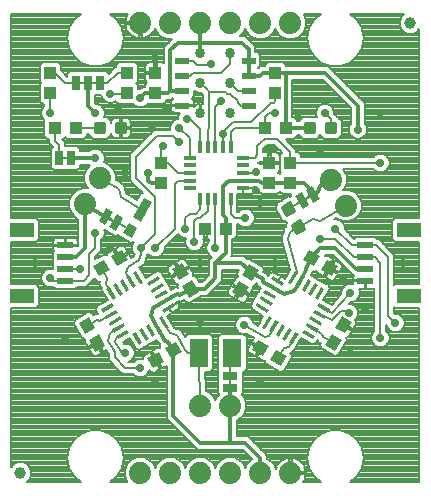
<source format=gtl>
G75*
%MOIN*%
%OFA0B0*%
%FSLAX25Y25*%
%IPPOS*%
%LPD*%
%AMOC8*
5,1,8,0,0,1.08239X$1,22.5*
%
%ADD10C,0.07400*%
%ADD11R,0.04331X0.03937*%
%ADD12R,0.02500X0.05000*%
%ADD13R,0.01600X0.01000*%
%ADD14C,0.03937*%
%ADD15R,0.01181X0.04331*%
%ADD16R,0.04331X0.01181*%
%ADD17R,0.03937X0.04331*%
%ADD18R,0.04724X0.02362*%
%ADD19R,0.07874X0.04724*%
%ADD20R,0.05315X0.02362*%
%ADD21C,0.01181*%
%ADD22R,0.03150X0.03937*%
%ADD23R,0.03150X0.07480*%
%ADD24C,0.03400*%
%ADD25R,0.05000X0.02500*%
%ADD26R,0.01000X0.01600*%
%ADD27R,0.06299X0.09449*%
%ADD28C,0.00800*%
%ADD29C,0.02900*%
%ADD30C,0.01200*%
D10*
X0173333Y0130000D03*
X0183333Y0130000D03*
X0193333Y0130000D03*
X0203333Y0130000D03*
X0213333Y0130000D03*
X0223333Y0130000D03*
X0203333Y0152500D03*
X0193333Y0152500D03*
X0154833Y0219670D03*
X0159833Y0228330D03*
X0173333Y0280000D03*
X0183333Y0280000D03*
X0193333Y0280000D03*
X0203333Y0280000D03*
X0213333Y0280000D03*
X0223333Y0280000D03*
X0236833Y0227830D03*
X0241833Y0219170D03*
D11*
G36*
X0231325Y0198887D02*
X0227577Y0201052D01*
X0229545Y0204459D01*
X0233293Y0202294D01*
X0231325Y0198887D01*
G37*
G36*
X0237121Y0195541D02*
X0233373Y0197706D01*
X0235341Y0201113D01*
X0239089Y0198948D01*
X0237121Y0195541D01*
G37*
G36*
X0238221Y0178508D02*
X0240386Y0182256D01*
X0243793Y0180288D01*
X0241628Y0176540D01*
X0238221Y0178508D01*
G37*
G36*
X0234874Y0172712D02*
X0237039Y0176460D01*
X0240446Y0174492D01*
X0238281Y0170744D01*
X0234874Y0172712D01*
G37*
G36*
X0220121Y0165541D02*
X0216373Y0167706D01*
X0218341Y0171113D01*
X0222089Y0168948D01*
X0220121Y0165541D01*
G37*
G36*
X0214325Y0168887D02*
X0210577Y0171052D01*
X0212545Y0174459D01*
X0216293Y0172294D01*
X0214325Y0168887D01*
G37*
G36*
X0203874Y0190212D02*
X0206039Y0193960D01*
X0209446Y0191992D01*
X0207281Y0188244D01*
X0203874Y0190212D01*
G37*
G36*
X0207220Y0196008D02*
X0209385Y0199756D01*
X0212792Y0197788D01*
X0210627Y0194040D01*
X0207220Y0196008D01*
G37*
X0201680Y0211500D03*
X0194987Y0211500D03*
G36*
X0187322Y0200006D02*
X0189487Y0196258D01*
X0186080Y0194290D01*
X0183915Y0198038D01*
X0187322Y0200006D01*
G37*
G36*
X0190668Y0194210D02*
X0192833Y0190462D01*
X0189426Y0188494D01*
X0187261Y0192242D01*
X0190668Y0194210D01*
G37*
G36*
X0163374Y0202294D02*
X0167122Y0204459D01*
X0169090Y0201052D01*
X0165342Y0198887D01*
X0163374Y0202294D01*
G37*
G36*
X0157577Y0198948D02*
X0161325Y0201113D01*
X0163293Y0197706D01*
X0159545Y0195541D01*
X0157577Y0198948D01*
G37*
G36*
X0156145Y0182006D02*
X0158310Y0178258D01*
X0154903Y0176290D01*
X0152738Y0180038D01*
X0156145Y0182006D01*
G37*
G36*
X0159491Y0176210D02*
X0161656Y0172462D01*
X0158249Y0170494D01*
X0156084Y0174242D01*
X0159491Y0176210D01*
G37*
G36*
X0175616Y0168271D02*
X0179364Y0170436D01*
X0181332Y0167029D01*
X0177584Y0164864D01*
X0175616Y0168271D01*
G37*
G36*
X0181412Y0171617D02*
X0185160Y0173782D01*
X0187128Y0170375D01*
X0183380Y0168210D01*
X0181412Y0171617D01*
G37*
X0151680Y0245000D03*
X0144987Y0245000D03*
X0214987Y0245000D03*
X0221680Y0245000D03*
D12*
G36*
X0233123Y0221241D02*
X0230958Y0219991D01*
X0228459Y0224321D01*
X0230624Y0225571D01*
X0233123Y0221241D01*
G37*
G36*
X0229659Y0219241D02*
X0227494Y0217991D01*
X0224995Y0222321D01*
X0227160Y0223571D01*
X0229659Y0219241D01*
G37*
G36*
X0165379Y0216281D02*
X0167544Y0215031D01*
X0165045Y0210701D01*
X0162880Y0211951D01*
X0165379Y0216281D01*
G37*
G36*
X0161914Y0218281D02*
X0164079Y0217031D01*
X0161580Y0212701D01*
X0159415Y0213951D01*
X0161914Y0218281D01*
G37*
X0150333Y0235000D03*
X0146333Y0235000D03*
X0151833Y0260000D03*
X0155833Y0260000D03*
X0159833Y0260000D03*
D13*
X0157833Y0260000D03*
X0153833Y0260000D03*
X0148333Y0235000D03*
G36*
X0163038Y0215324D02*
X0164422Y0214524D01*
X0163922Y0213658D01*
X0162538Y0214458D01*
X0163038Y0215324D01*
G37*
G36*
X0230001Y0221748D02*
X0228617Y0220948D01*
X0228117Y0221814D01*
X0229501Y0222614D01*
X0230001Y0221748D01*
G37*
D14*
X0263333Y0280000D03*
X0133333Y0130000D03*
D15*
G36*
X0168991Y0177830D02*
X0169581Y0176808D01*
X0165833Y0174644D01*
X0165243Y0175666D01*
X0168991Y0177830D01*
G37*
G36*
X0167711Y0180046D02*
X0168301Y0179024D01*
X0164553Y0176860D01*
X0163963Y0177882D01*
X0167711Y0180046D01*
G37*
G36*
X0166431Y0182262D02*
X0167021Y0181240D01*
X0163273Y0179076D01*
X0162683Y0180098D01*
X0166431Y0182262D01*
G37*
G36*
X0165152Y0184479D02*
X0165742Y0183457D01*
X0161994Y0181293D01*
X0161404Y0182315D01*
X0165152Y0184479D01*
G37*
G36*
X0163872Y0186695D02*
X0164462Y0185673D01*
X0160714Y0183509D01*
X0160124Y0184531D01*
X0163872Y0186695D01*
G37*
G36*
X0165183Y0188363D02*
X0164161Y0187773D01*
X0161997Y0191521D01*
X0163019Y0192111D01*
X0165183Y0188363D01*
G37*
G36*
X0167400Y0189643D02*
X0166378Y0189053D01*
X0164214Y0192801D01*
X0165236Y0193391D01*
X0167400Y0189643D01*
G37*
G36*
X0169616Y0190922D02*
X0168594Y0190332D01*
X0166430Y0194080D01*
X0167452Y0194670D01*
X0169616Y0190922D01*
G37*
G36*
X0171832Y0192202D02*
X0170810Y0191612D01*
X0168646Y0195360D01*
X0169668Y0195950D01*
X0171832Y0192202D01*
G37*
G36*
X0174048Y0193481D02*
X0173026Y0192891D01*
X0170862Y0196639D01*
X0171884Y0197229D01*
X0174048Y0193481D01*
G37*
G36*
X0176057Y0192367D02*
X0175467Y0193389D01*
X0179215Y0195553D01*
X0179805Y0194531D01*
X0176057Y0192367D01*
G37*
G36*
X0177337Y0190151D02*
X0176747Y0191173D01*
X0180495Y0193337D01*
X0181085Y0192315D01*
X0177337Y0190151D01*
G37*
G36*
X0178616Y0187935D02*
X0178026Y0188957D01*
X0181774Y0191121D01*
X0182364Y0190099D01*
X0178616Y0187935D01*
G37*
G36*
X0179896Y0185718D02*
X0179306Y0186740D01*
X0183054Y0188904D01*
X0183644Y0187882D01*
X0179896Y0185718D01*
G37*
G36*
X0181175Y0183502D02*
X0180585Y0184524D01*
X0184333Y0186688D01*
X0184923Y0185666D01*
X0181175Y0183502D01*
G37*
G36*
X0179524Y0181637D02*
X0180546Y0182227D01*
X0182710Y0178479D01*
X0181688Y0177889D01*
X0179524Y0181637D01*
G37*
G36*
X0177307Y0180358D02*
X0178329Y0180948D01*
X0180493Y0177200D01*
X0179471Y0176610D01*
X0177307Y0180358D01*
G37*
G36*
X0175091Y0179078D02*
X0176113Y0179668D01*
X0178277Y0175920D01*
X0177255Y0175330D01*
X0175091Y0179078D01*
G37*
G36*
X0172875Y0177799D02*
X0173897Y0178389D01*
X0176061Y0174641D01*
X0175039Y0174051D01*
X0172875Y0177799D01*
G37*
G36*
X0170659Y0176519D02*
X0171681Y0177109D01*
X0173845Y0173361D01*
X0172823Y0172771D01*
X0170659Y0176519D01*
G37*
G36*
X0216081Y0184524D02*
X0215491Y0183502D01*
X0211743Y0185666D01*
X0212333Y0186688D01*
X0216081Y0184524D01*
G37*
G36*
X0217361Y0186740D02*
X0216771Y0185718D01*
X0213023Y0187882D01*
X0213613Y0188904D01*
X0217361Y0186740D01*
G37*
G36*
X0218640Y0188957D02*
X0218050Y0187935D01*
X0214302Y0190099D01*
X0214892Y0191121D01*
X0218640Y0188957D01*
G37*
G36*
X0219920Y0191173D02*
X0219330Y0190151D01*
X0215582Y0192315D01*
X0216172Y0193337D01*
X0219920Y0191173D01*
G37*
G36*
X0221199Y0193389D02*
X0220609Y0192367D01*
X0216861Y0194531D01*
X0217451Y0195553D01*
X0221199Y0193389D01*
G37*
G36*
X0223641Y0192891D02*
X0222619Y0193481D01*
X0224783Y0197229D01*
X0225805Y0196639D01*
X0223641Y0192891D01*
G37*
G36*
X0225857Y0191612D02*
X0224835Y0192202D01*
X0226999Y0195950D01*
X0228021Y0195360D01*
X0225857Y0191612D01*
G37*
G36*
X0228073Y0190332D02*
X0227051Y0190922D01*
X0229215Y0194670D01*
X0230237Y0194080D01*
X0228073Y0190332D01*
G37*
G36*
X0230289Y0189053D02*
X0229267Y0189643D01*
X0231431Y0193391D01*
X0232453Y0192801D01*
X0230289Y0189053D01*
G37*
G36*
X0232505Y0187773D02*
X0231483Y0188363D01*
X0233647Y0192111D01*
X0234669Y0191521D01*
X0232505Y0187773D01*
G37*
G36*
X0232204Y0185673D02*
X0232794Y0186695D01*
X0236542Y0184531D01*
X0235952Y0183509D01*
X0232204Y0185673D01*
G37*
G36*
X0230925Y0183457D02*
X0231515Y0184479D01*
X0235263Y0182315D01*
X0234673Y0181293D01*
X0230925Y0183457D01*
G37*
G36*
X0229645Y0181240D02*
X0230235Y0182262D01*
X0233983Y0180098D01*
X0233393Y0179076D01*
X0229645Y0181240D01*
G37*
G36*
X0228366Y0179024D02*
X0228956Y0180046D01*
X0232704Y0177882D01*
X0232114Y0176860D01*
X0228366Y0179024D01*
G37*
G36*
X0227086Y0176808D02*
X0227676Y0177830D01*
X0231424Y0175666D01*
X0230834Y0174644D01*
X0227086Y0176808D01*
G37*
G36*
X0224986Y0177109D02*
X0226008Y0176519D01*
X0223844Y0172771D01*
X0222822Y0173361D01*
X0224986Y0177109D01*
G37*
G36*
X0222770Y0178389D02*
X0223792Y0177799D01*
X0221628Y0174051D01*
X0220606Y0174641D01*
X0222770Y0178389D01*
G37*
G36*
X0220554Y0179668D02*
X0221576Y0179078D01*
X0219412Y0175330D01*
X0218390Y0175920D01*
X0220554Y0179668D01*
G37*
G36*
X0218337Y0180948D02*
X0219359Y0180358D01*
X0217195Y0176610D01*
X0216173Y0177200D01*
X0218337Y0180948D01*
G37*
G36*
X0216121Y0182227D02*
X0217143Y0181637D01*
X0214979Y0177889D01*
X0213957Y0178479D01*
X0216121Y0182227D01*
G37*
X0203451Y0221338D03*
X0200892Y0221338D03*
X0198333Y0221338D03*
X0195774Y0221338D03*
X0193215Y0221338D03*
X0193215Y0238661D03*
X0195774Y0238661D03*
X0198333Y0238661D03*
X0200892Y0238661D03*
X0203451Y0238661D03*
D16*
X0207388Y0235118D03*
X0207388Y0232559D03*
X0207388Y0230000D03*
X0207388Y0227441D03*
X0207388Y0224882D03*
X0189672Y0224882D03*
X0189672Y0227441D03*
X0189672Y0230000D03*
X0189672Y0232559D03*
X0189672Y0235118D03*
D17*
X0180333Y0233346D03*
X0180333Y0226653D03*
X0178333Y0256653D03*
X0178333Y0263346D03*
X0168833Y0263346D03*
X0168833Y0256653D03*
X0143333Y0256653D03*
X0143333Y0263346D03*
X0218333Y0263346D03*
X0218333Y0256653D03*
X0216333Y0233346D03*
X0223333Y0233346D03*
X0223333Y0226653D03*
X0216333Y0226653D03*
D18*
X0209357Y0252500D03*
X0209357Y0257500D03*
X0209357Y0262500D03*
X0209357Y0267500D03*
X0187310Y0267500D03*
X0187310Y0262500D03*
X0187310Y0257500D03*
X0187310Y0252500D03*
D19*
X0133865Y0211024D03*
X0133865Y0188976D03*
X0262802Y0188976D03*
X0262802Y0211024D03*
D20*
X0248333Y0205906D03*
X0248333Y0201969D03*
X0248333Y0198031D03*
X0248333Y0194094D03*
X0148334Y0194094D03*
X0148334Y0198031D03*
X0148334Y0201969D03*
X0148334Y0205906D03*
D21*
X0158503Y0243622D02*
X0158503Y0246378D01*
X0161259Y0246378D01*
X0161259Y0243622D01*
X0158503Y0243622D01*
X0158503Y0244744D02*
X0161259Y0244744D01*
X0161259Y0245866D02*
X0158503Y0245866D01*
X0165408Y0246378D02*
X0165408Y0243622D01*
X0165408Y0246378D02*
X0168164Y0246378D01*
X0168164Y0243622D01*
X0165408Y0243622D01*
X0165408Y0244744D02*
X0168164Y0244744D01*
X0168164Y0245866D02*
X0165408Y0245866D01*
X0220725Y0218494D02*
X0223111Y0219872D01*
X0224489Y0217486D01*
X0222103Y0216108D01*
X0220725Y0218494D01*
X0221455Y0217230D02*
X0224046Y0217230D01*
X0223989Y0218352D02*
X0220807Y0218352D01*
X0222422Y0219474D02*
X0223341Y0219474D01*
X0226564Y0213892D02*
X0224178Y0212514D01*
X0226564Y0213892D02*
X0227942Y0211506D01*
X0225556Y0210128D01*
X0224178Y0212514D01*
X0224908Y0211250D02*
X0227499Y0211250D01*
X0227442Y0212372D02*
X0224260Y0212372D01*
X0225875Y0213494D02*
X0226794Y0213494D01*
X0228502Y0243622D02*
X0228502Y0246378D01*
X0231258Y0246378D01*
X0231258Y0243622D01*
X0228502Y0243622D01*
X0228502Y0244744D02*
X0231258Y0244744D01*
X0231258Y0245866D02*
X0228502Y0245866D01*
X0235408Y0246378D02*
X0235408Y0243622D01*
X0235408Y0246378D02*
X0238164Y0246378D01*
X0238164Y0243622D01*
X0235408Y0243622D01*
X0235408Y0244744D02*
X0238164Y0244744D01*
X0238164Y0245866D02*
X0235408Y0245866D01*
D22*
G36*
X0169612Y0213399D02*
X0172338Y0211824D01*
X0170370Y0208417D01*
X0167644Y0209992D01*
X0169612Y0213399D01*
G37*
D23*
G36*
X0174487Y0221846D02*
X0177214Y0220271D01*
X0173475Y0213794D01*
X0170748Y0215369D01*
X0174487Y0221846D01*
G37*
D24*
X0193333Y0250000D03*
X0193333Y0260000D03*
X0193333Y0270000D03*
X0203333Y0270000D03*
X0203333Y0260000D03*
X0203333Y0250000D03*
D25*
X0203333Y0162500D03*
X0203333Y0158500D03*
D26*
X0203333Y0160500D03*
D27*
X0203944Y0170000D03*
X0192723Y0170000D03*
D28*
X0136359Y0127979D02*
X0135380Y0127000D01*
X0153399Y0127000D01*
X0151099Y0128930D01*
X0151099Y0128930D01*
X0149459Y0131770D01*
X0149459Y0131770D01*
X0148890Y0135000D01*
X0148890Y0135000D01*
X0149459Y0138230D01*
X0149459Y0138230D01*
X0151099Y0141070D01*
X0151099Y0141070D01*
X0151099Y0141070D01*
X0153612Y0143178D01*
X0153612Y0143178D01*
X0156693Y0144300D01*
X0159973Y0144300D01*
X0163055Y0143178D01*
X0163055Y0143178D01*
X0165567Y0141070D01*
X0165567Y0141070D01*
X0167207Y0138230D01*
X0167777Y0135000D01*
X0167207Y0131770D01*
X0165567Y0128930D01*
X0165567Y0128930D01*
X0165567Y0128930D01*
X0163268Y0127000D01*
X0168839Y0127000D01*
X0168033Y0128946D01*
X0168033Y0131054D01*
X0168840Y0133002D01*
X0170331Y0134493D01*
X0172279Y0135300D01*
X0174388Y0135300D01*
X0176336Y0134493D01*
X0177826Y0133002D01*
X0178333Y0131779D01*
X0178840Y0133002D01*
X0180331Y0134493D01*
X0182279Y0135300D01*
X0184388Y0135300D01*
X0186336Y0134493D01*
X0187826Y0133002D01*
X0188333Y0131779D01*
X0188840Y0133002D01*
X0190331Y0134493D01*
X0192279Y0135300D01*
X0194388Y0135300D01*
X0196335Y0134493D01*
X0197826Y0133002D01*
X0198333Y0131779D01*
X0198840Y0133002D01*
X0200331Y0134493D01*
X0202279Y0135300D01*
X0204388Y0135300D01*
X0206335Y0134493D01*
X0207826Y0133002D01*
X0208333Y0131779D01*
X0208840Y0133002D01*
X0210331Y0134493D01*
X0210612Y0134610D01*
X0207422Y0137800D01*
X0192422Y0137800D01*
X0191133Y0139089D01*
X0182145Y0148077D01*
X0182070Y0148152D01*
X0182070Y0165836D01*
X0180504Y0164932D01*
X0179020Y0167503D01*
X0178327Y0167103D01*
X0179812Y0164532D01*
X0178123Y0163558D01*
X0177767Y0163462D01*
X0177398Y0163462D01*
X0177042Y0163558D01*
X0176723Y0163742D01*
X0176462Y0164003D01*
X0176322Y0164246D01*
X0175919Y0163272D01*
X0175061Y0162414D01*
X0173940Y0161950D01*
X0172727Y0161950D01*
X0171606Y0162414D01*
X0171020Y0163000D01*
X0167505Y0163000D01*
X0166333Y0164172D01*
X0162728Y0167777D01*
X0162728Y0169670D01*
X0161952Y0171014D01*
X0160999Y0170464D01*
X0159417Y0173205D01*
X0158724Y0172805D01*
X0160307Y0170064D01*
X0158789Y0169188D01*
X0158433Y0169092D01*
X0158064Y0169092D01*
X0157708Y0169188D01*
X0157389Y0169372D01*
X0157128Y0169633D01*
X0156153Y0171321D01*
X0158724Y0172805D01*
X0158324Y0173498D01*
X0155753Y0172014D01*
X0154778Y0173702D01*
X0154683Y0174059D01*
X0154683Y0174427D01*
X0154749Y0174673D01*
X0153848Y0174915D01*
X0151019Y0179813D01*
X0151363Y0181093D01*
X0155920Y0183725D01*
X0157200Y0183382D01*
X0157614Y0182664D01*
X0158405Y0183121D01*
X0158405Y0183121D01*
X0158405Y0183121D01*
X0158978Y0182968D01*
X0159214Y0182904D01*
X0158406Y0184305D01*
X0158749Y0185585D01*
X0162370Y0187675D01*
X0160279Y0191296D01*
X0160349Y0191556D01*
X0159583Y0192883D01*
X0159646Y0193118D01*
X0159847Y0193866D01*
X0159770Y0193822D01*
X0158490Y0194165D01*
X0158064Y0194903D01*
X0157162Y0194000D01*
X0155256Y0192094D01*
X0152435Y0192094D01*
X0151654Y0191313D01*
X0145013Y0191313D01*
X0144249Y0192078D01*
X0143940Y0191950D01*
X0142727Y0191950D01*
X0141606Y0192414D01*
X0140748Y0193272D01*
X0140283Y0194393D01*
X0140283Y0195607D01*
X0140748Y0196728D01*
X0141606Y0197586D01*
X0142727Y0198050D01*
X0143940Y0198050D01*
X0144076Y0197994D01*
X0144076Y0199875D01*
X0144201Y0200000D01*
X0144076Y0200125D01*
X0144076Y0203812D01*
X0144399Y0204136D01*
X0144371Y0204184D01*
X0144276Y0204540D01*
X0144276Y0205715D01*
X0148143Y0205715D01*
X0148143Y0206096D01*
X0144276Y0206096D01*
X0144276Y0207271D01*
X0144371Y0207627D01*
X0144556Y0207946D01*
X0144816Y0208207D01*
X0145136Y0208391D01*
X0145492Y0208487D01*
X0148143Y0208487D01*
X0148143Y0206096D01*
X0148524Y0206096D01*
X0148524Y0208487D01*
X0151175Y0208487D01*
X0151531Y0208391D01*
X0151851Y0208207D01*
X0152111Y0207946D01*
X0152296Y0207627D01*
X0152391Y0207271D01*
X0152391Y0206096D01*
X0148524Y0206096D01*
X0148524Y0205715D01*
X0152391Y0205715D01*
X0152391Y0205669D01*
X0152633Y0205911D01*
X0152633Y0214844D01*
X0151831Y0215177D01*
X0150340Y0216668D01*
X0149533Y0218616D01*
X0149533Y0220724D01*
X0150340Y0222672D01*
X0151831Y0224163D01*
X0153779Y0224970D01*
X0155698Y0224970D01*
X0155340Y0225328D01*
X0154533Y0227276D01*
X0154533Y0229384D01*
X0155340Y0231332D01*
X0156514Y0232506D01*
X0156220Y0232800D01*
X0153183Y0232800D01*
X0153183Y0231837D01*
X0152246Y0230900D01*
X0148421Y0230900D01*
X0148333Y0230987D01*
X0148246Y0230900D01*
X0144421Y0230900D01*
X0143483Y0231837D01*
X0143483Y0238163D01*
X0144163Y0238842D01*
X0144158Y0238846D01*
X0144158Y0238846D01*
X0142987Y0240018D01*
X0142987Y0241431D01*
X0142159Y0241431D01*
X0141222Y0242369D01*
X0141222Y0247631D01*
X0141305Y0247715D01*
X0140748Y0248272D01*
X0140283Y0249393D01*
X0140283Y0250607D01*
X0140748Y0251728D01*
X0141333Y0252313D01*
X0141333Y0252888D01*
X0140702Y0252888D01*
X0139765Y0253825D01*
X0139765Y0259482D01*
X0140283Y0260000D01*
X0139765Y0260518D01*
X0139765Y0266174D01*
X0140702Y0267112D01*
X0145965Y0267112D01*
X0146902Y0266174D01*
X0146902Y0264260D01*
X0148983Y0262178D01*
X0148983Y0263163D01*
X0149921Y0264100D01*
X0153746Y0264100D01*
X0153833Y0264013D01*
X0153921Y0264100D01*
X0157746Y0264100D01*
X0157833Y0264013D01*
X0157921Y0264100D01*
X0161746Y0264100D01*
X0162675Y0263171D01*
X0164851Y0265346D01*
X0165265Y0265346D01*
X0165265Y0266174D01*
X0166202Y0267112D01*
X0171465Y0267112D01*
X0172402Y0266174D01*
X0172402Y0260518D01*
X0171884Y0260000D01*
X0172402Y0259481D01*
X0172402Y0257915D01*
X0172727Y0258050D01*
X0173272Y0258050D01*
X0174075Y0258853D01*
X0174765Y0258853D01*
X0174765Y0259481D01*
X0175425Y0260141D01*
X0175245Y0260321D01*
X0175060Y0260641D01*
X0174965Y0260997D01*
X0174965Y0262946D01*
X0177933Y0262946D01*
X0177933Y0263746D01*
X0174965Y0263746D01*
X0174965Y0265696D01*
X0175060Y0266052D01*
X0175245Y0266371D01*
X0175505Y0266632D01*
X0175824Y0266816D01*
X0176181Y0266912D01*
X0177933Y0266912D01*
X0177933Y0263746D01*
X0178733Y0263746D01*
X0178733Y0266912D01*
X0180486Y0266912D01*
X0180842Y0266816D01*
X0181133Y0266648D01*
X0181133Y0271911D01*
X0183922Y0274700D01*
X0182279Y0274700D01*
X0180331Y0275507D01*
X0178840Y0276998D01*
X0178213Y0278513D01*
X0178060Y0278042D01*
X0177695Y0277327D01*
X0177223Y0276677D01*
X0176656Y0276110D01*
X0176006Y0275638D01*
X0175291Y0275273D01*
X0174528Y0275025D01*
X0173735Y0274900D01*
X0173733Y0274900D01*
X0173733Y0279600D01*
X0172933Y0279600D01*
X0168233Y0279600D01*
X0168233Y0279598D01*
X0168359Y0278806D01*
X0168607Y0278042D01*
X0168971Y0277327D01*
X0169443Y0276677D01*
X0170011Y0276110D01*
X0170660Y0275638D01*
X0171376Y0275273D01*
X0172139Y0275025D01*
X0172932Y0274900D01*
X0172933Y0274900D01*
X0172933Y0279600D01*
X0172933Y0280400D01*
X0168233Y0280400D01*
X0168233Y0280401D01*
X0168359Y0281194D01*
X0168607Y0281958D01*
X0168971Y0282673D01*
X0169209Y0283000D01*
X0163268Y0283000D01*
X0165567Y0281070D01*
X0165567Y0281070D01*
X0167207Y0278230D01*
X0167207Y0278230D01*
X0167777Y0275000D01*
X0167777Y0275000D01*
X0167207Y0271770D01*
X0167207Y0271770D01*
X0165567Y0268930D01*
X0165567Y0268930D01*
X0165567Y0268930D01*
X0163055Y0266822D01*
X0163055Y0266822D01*
X0159973Y0265700D01*
X0156693Y0265700D01*
X0153612Y0266822D01*
X0153612Y0266822D01*
X0151099Y0268930D01*
X0151099Y0268930D01*
X0149459Y0271770D01*
X0149459Y0271770D01*
X0148890Y0275000D01*
X0148890Y0275000D01*
X0149459Y0278230D01*
X0149459Y0278230D01*
X0151099Y0281070D01*
X0151099Y0281070D01*
X0151099Y0281070D01*
X0153399Y0283000D01*
X0130333Y0283000D01*
X0130333Y0214986D01*
X0138465Y0214986D01*
X0139402Y0214049D01*
X0139402Y0207999D01*
X0138465Y0207061D01*
X0130333Y0207061D01*
X0130333Y0192939D01*
X0138465Y0192939D01*
X0139402Y0192001D01*
X0139402Y0185951D01*
X0138465Y0185014D01*
X0130333Y0185014D01*
X0130333Y0132047D01*
X0131312Y0133025D01*
X0132623Y0133568D01*
X0134043Y0133568D01*
X0135355Y0133025D01*
X0136359Y0132021D01*
X0136902Y0130710D01*
X0136902Y0129290D01*
X0136359Y0127979D01*
X0136448Y0128194D02*
X0151976Y0128194D01*
X0151063Y0128993D02*
X0136779Y0128993D01*
X0136902Y0129791D02*
X0150602Y0129791D01*
X0150141Y0130590D02*
X0136902Y0130590D01*
X0136621Y0131388D02*
X0149680Y0131388D01*
X0149386Y0132187D02*
X0136193Y0132187D01*
X0135395Y0132985D02*
X0149245Y0132985D01*
X0149104Y0133784D02*
X0130333Y0133784D01*
X0130333Y0134582D02*
X0148964Y0134582D01*
X0148957Y0135381D02*
X0130333Y0135381D01*
X0130333Y0136179D02*
X0149098Y0136179D01*
X0149239Y0136978D02*
X0130333Y0136978D01*
X0130333Y0137776D02*
X0149379Y0137776D01*
X0149658Y0138575D02*
X0130333Y0138575D01*
X0130333Y0139373D02*
X0150120Y0139373D01*
X0150581Y0140172D02*
X0130333Y0140172D01*
X0130333Y0140970D02*
X0151042Y0140970D01*
X0151932Y0141769D02*
X0130333Y0141769D01*
X0130333Y0142567D02*
X0152883Y0142567D01*
X0154127Y0143366D02*
X0130333Y0143366D01*
X0130333Y0144164D02*
X0156321Y0144164D01*
X0160346Y0144164D02*
X0186058Y0144164D01*
X0186856Y0143366D02*
X0162540Y0143366D01*
X0163783Y0142567D02*
X0187655Y0142567D01*
X0188453Y0141769D02*
X0164735Y0141769D01*
X0165625Y0140970D02*
X0189252Y0140970D01*
X0190050Y0140172D02*
X0166086Y0140172D01*
X0166547Y0139373D02*
X0190849Y0139373D01*
X0191647Y0138575D02*
X0167008Y0138575D01*
X0167287Y0137776D02*
X0207446Y0137776D01*
X0208244Y0136978D02*
X0167428Y0136978D01*
X0167569Y0136179D02*
X0209043Y0136179D01*
X0209841Y0135381D02*
X0167710Y0135381D01*
X0167703Y0134582D02*
X0170546Y0134582D01*
X0169621Y0133784D02*
X0167562Y0133784D01*
X0167421Y0132985D02*
X0168833Y0132985D01*
X0168502Y0132187D02*
X0167281Y0132187D01*
X0166987Y0131388D02*
X0168172Y0131388D01*
X0168033Y0130590D02*
X0166526Y0130590D01*
X0166065Y0129791D02*
X0168033Y0129791D01*
X0168033Y0128993D02*
X0165604Y0128993D01*
X0164691Y0128194D02*
X0168345Y0128194D01*
X0168676Y0127396D02*
X0163739Y0127396D01*
X0152928Y0127396D02*
X0135775Y0127396D01*
X0130473Y0132187D02*
X0130333Y0132187D01*
X0130333Y0132985D02*
X0131272Y0132985D01*
X0130333Y0144963D02*
X0185259Y0144963D01*
X0184461Y0145761D02*
X0130333Y0145761D01*
X0130333Y0146560D02*
X0183662Y0146560D01*
X0182864Y0147358D02*
X0130333Y0147358D01*
X0130333Y0148157D02*
X0182070Y0148157D01*
X0182070Y0148955D02*
X0130333Y0148955D01*
X0130333Y0149754D02*
X0182070Y0149754D01*
X0182070Y0150552D02*
X0130333Y0150552D01*
X0130333Y0151351D02*
X0182070Y0151351D01*
X0182070Y0152149D02*
X0130333Y0152149D01*
X0130333Y0152948D02*
X0182070Y0152948D01*
X0182070Y0153746D02*
X0130333Y0153746D01*
X0130333Y0154545D02*
X0182070Y0154545D01*
X0182070Y0155343D02*
X0130333Y0155343D01*
X0130333Y0156142D02*
X0182070Y0156142D01*
X0182070Y0156940D02*
X0130333Y0156940D01*
X0130333Y0157739D02*
X0182070Y0157739D01*
X0182070Y0158537D02*
X0130333Y0158537D01*
X0130333Y0159336D02*
X0182070Y0159336D01*
X0182070Y0160134D02*
X0130333Y0160134D01*
X0130333Y0160933D02*
X0182070Y0160933D01*
X0182070Y0161732D02*
X0130333Y0161732D01*
X0130333Y0162530D02*
X0171490Y0162530D01*
X0173333Y0165000D02*
X0168333Y0165000D01*
X0164728Y0168605D01*
X0164728Y0170206D01*
X0162478Y0174103D01*
X0163189Y0176754D01*
X0166132Y0178453D01*
X0167412Y0176237D02*
X0165283Y0175008D01*
X0164960Y0173804D01*
X0167210Y0169907D01*
X0168240Y0169907D01*
X0168333Y0170000D01*
X0170534Y0172112D02*
X0171355Y0172112D01*
X0170919Y0171728D02*
X0170061Y0172586D01*
X0168940Y0173050D01*
X0167727Y0173050D01*
X0167709Y0173043D01*
X0167347Y0173670D01*
X0169678Y0175016D01*
X0171769Y0171396D01*
X0173049Y0171053D01*
X0175220Y0172306D01*
X0175229Y0172342D01*
X0175265Y0172332D01*
X0177436Y0173585D01*
X0177446Y0173621D01*
X0177481Y0173612D01*
X0178878Y0174418D01*
X0179239Y0173793D01*
X0179239Y0173793D01*
X0179718Y0172963D01*
X0179989Y0172494D01*
X0179795Y0171771D01*
X0179549Y0171837D01*
X0179180Y0171837D01*
X0178824Y0171742D01*
X0177136Y0170767D01*
X0178620Y0168196D01*
X0177927Y0167796D01*
X0176443Y0170367D01*
X0174755Y0169392D01*
X0174494Y0169131D01*
X0174310Y0168812D01*
X0174214Y0168456D01*
X0174214Y0168087D01*
X0174260Y0167918D01*
X0173940Y0168050D01*
X0172727Y0168050D01*
X0171606Y0167586D01*
X0171020Y0167000D01*
X0169162Y0167000D01*
X0169132Y0167030D01*
X0170061Y0167414D01*
X0170919Y0168272D01*
X0171383Y0169393D01*
X0171383Y0170607D01*
X0170919Y0171728D01*
X0171090Y0171314D02*
X0172074Y0171314D01*
X0171383Y0170515D02*
X0177281Y0170515D01*
X0177742Y0169717D02*
X0176818Y0169717D01*
X0177279Y0168918D02*
X0178203Y0168918D01*
X0178488Y0168120D02*
X0177740Y0168120D01*
X0178705Y0167321D02*
X0179125Y0167321D01*
X0179586Y0166523D02*
X0178663Y0166523D01*
X0179124Y0165724D02*
X0180047Y0165724D01*
X0179585Y0164926D02*
X0182070Y0164926D01*
X0182070Y0165724D02*
X0181875Y0165724D01*
X0182070Y0164127D02*
X0179109Y0164127D01*
X0176391Y0164127D02*
X0176273Y0164127D01*
X0175942Y0163329D02*
X0182070Y0163329D01*
X0182070Y0162530D02*
X0175177Y0162530D01*
X0174214Y0168120D02*
X0170766Y0168120D01*
X0171186Y0168918D02*
X0174371Y0168918D01*
X0175317Y0169717D02*
X0171383Y0169717D01*
X0171341Y0167321D02*
X0169836Y0167321D01*
X0166378Y0164127D02*
X0130333Y0164127D01*
X0130333Y0163329D02*
X0167176Y0163329D01*
X0165579Y0164926D02*
X0130333Y0164926D01*
X0130333Y0165724D02*
X0164781Y0165724D01*
X0163982Y0166523D02*
X0130333Y0166523D01*
X0130333Y0167321D02*
X0163184Y0167321D01*
X0162728Y0168120D02*
X0130333Y0168120D01*
X0130333Y0168918D02*
X0162728Y0168918D01*
X0162701Y0169717D02*
X0159705Y0169717D01*
X0160046Y0170515D02*
X0160970Y0170515D01*
X0161088Y0170515D02*
X0162240Y0170515D01*
X0160509Y0171314D02*
X0159585Y0171314D01*
X0159124Y0172112D02*
X0160048Y0172112D01*
X0159587Y0172911D02*
X0158906Y0172911D01*
X0158663Y0172911D02*
X0157306Y0172911D01*
X0157523Y0172112D02*
X0155923Y0172112D01*
X0155696Y0172112D02*
X0130333Y0172112D01*
X0130333Y0171314D02*
X0156158Y0171314D01*
X0156619Y0170515D02*
X0130333Y0170515D01*
X0130333Y0169717D02*
X0157080Y0169717D01*
X0155235Y0172911D02*
X0130333Y0172911D01*
X0130333Y0173709D02*
X0154777Y0173709D01*
X0154704Y0174508D02*
X0130333Y0174508D01*
X0130333Y0175306D02*
X0153621Y0175306D01*
X0153160Y0176105D02*
X0130333Y0176105D01*
X0130333Y0176903D02*
X0152699Y0176903D01*
X0152238Y0177702D02*
X0130333Y0177702D01*
X0130333Y0178500D02*
X0151777Y0178500D01*
X0151316Y0179299D02*
X0130333Y0179299D01*
X0130333Y0180097D02*
X0151096Y0180097D01*
X0151310Y0180896D02*
X0130333Y0180896D01*
X0130333Y0181694D02*
X0152403Y0181694D01*
X0153786Y0182493D02*
X0130333Y0182493D01*
X0130333Y0183291D02*
X0155169Y0183291D01*
X0157252Y0183291D02*
X0158991Y0183291D01*
X0158530Y0184090D02*
X0130333Y0184090D01*
X0130333Y0184888D02*
X0158562Y0184888D01*
X0158926Y0185687D02*
X0139137Y0185687D01*
X0139402Y0186485D02*
X0160309Y0186485D01*
X0161692Y0187284D02*
X0139402Y0187284D01*
X0139402Y0188082D02*
X0162135Y0188082D01*
X0161674Y0188881D02*
X0139402Y0188881D01*
X0139402Y0189679D02*
X0161213Y0189679D01*
X0160752Y0190478D02*
X0139402Y0190478D01*
X0139402Y0191276D02*
X0160291Y0191276D01*
X0160050Y0192075D02*
X0152415Y0192075D01*
X0154428Y0194094D02*
X0156333Y0196000D01*
X0156333Y0203000D01*
X0158333Y0205000D01*
X0158333Y0210000D01*
X0161156Y0208844D02*
X0166430Y0208844D01*
X0166269Y0208937D02*
X0170145Y0206699D01*
X0171175Y0206975D01*
X0170927Y0206728D01*
X0170463Y0205607D01*
X0170463Y0204393D01*
X0170927Y0203272D01*
X0171393Y0202806D01*
X0171246Y0202259D01*
X0170319Y0201724D01*
X0169519Y0203109D01*
X0166778Y0201527D01*
X0166378Y0202220D01*
X0165685Y0201820D01*
X0164201Y0204390D01*
X0162512Y0203416D01*
X0162252Y0203155D01*
X0162068Y0202836D01*
X0162002Y0202590D01*
X0161100Y0202831D01*
X0158333Y0201234D01*
X0158333Y0202172D01*
X0159162Y0203000D01*
X0160333Y0204172D01*
X0160333Y0207687D01*
X0160919Y0208272D01*
X0161383Y0209393D01*
X0161383Y0210607D01*
X0161187Y0211080D01*
X0161354Y0210983D01*
X0161473Y0211015D01*
X0161505Y0210896D01*
X0164818Y0208983D01*
X0166098Y0209327D01*
X0166144Y0209405D01*
X0166269Y0208937D01*
X0167813Y0208045D02*
X0160692Y0208045D01*
X0160333Y0207247D02*
X0169197Y0207247D01*
X0170811Y0206448D02*
X0160333Y0206448D01*
X0160333Y0205650D02*
X0166382Y0205650D01*
X0166582Y0205765D02*
X0164894Y0204790D01*
X0166378Y0202220D01*
X0169119Y0203802D01*
X0168243Y0205320D01*
X0167982Y0205581D01*
X0167663Y0205765D01*
X0167307Y0205861D01*
X0166938Y0205861D01*
X0166582Y0205765D01*
X0167863Y0205650D02*
X0170481Y0205650D01*
X0170463Y0204851D02*
X0168514Y0204851D01*
X0168975Y0204053D02*
X0170604Y0204053D01*
X0170945Y0203254D02*
X0168170Y0203254D01*
X0168387Y0202456D02*
X0166787Y0202456D01*
X0166242Y0202456D02*
X0165318Y0202456D01*
X0164857Y0203254D02*
X0165781Y0203254D01*
X0165320Y0204053D02*
X0164396Y0204053D01*
X0163616Y0204053D02*
X0160214Y0204053D01*
X0160333Y0204851D02*
X0164999Y0204851D01*
X0162351Y0203254D02*
X0159416Y0203254D01*
X0158617Y0202456D02*
X0160450Y0202456D01*
X0159067Y0201657D02*
X0158333Y0201657D01*
X0160435Y0198327D02*
X0162264Y0195160D01*
X0161730Y0193165D01*
X0163590Y0189942D01*
X0159589Y0192873D02*
X0156035Y0192873D01*
X0156834Y0193672D02*
X0159795Y0193672D01*
X0158314Y0194470D02*
X0157632Y0194470D01*
X0154428Y0194094D02*
X0148334Y0194094D01*
X0144239Y0194094D01*
X0143333Y0195000D01*
X0141147Y0192873D02*
X0138530Y0192873D01*
X0139328Y0192075D02*
X0142425Y0192075D01*
X0144242Y0192075D02*
X0144252Y0192075D01*
X0140582Y0193672D02*
X0130333Y0193672D01*
X0130333Y0194470D02*
X0140283Y0194470D01*
X0140283Y0195269D02*
X0130333Y0195269D01*
X0130333Y0196068D02*
X0140474Y0196068D01*
X0140886Y0196866D02*
X0130333Y0196866D01*
X0130333Y0197665D02*
X0141796Y0197665D01*
X0144076Y0198463D02*
X0130333Y0198463D01*
X0130333Y0199262D02*
X0144076Y0199262D01*
X0144141Y0200060D02*
X0130333Y0200060D01*
X0130333Y0200859D02*
X0144076Y0200859D01*
X0144076Y0201657D02*
X0130333Y0201657D01*
X0130333Y0202456D02*
X0144076Y0202456D01*
X0144076Y0203254D02*
X0130333Y0203254D01*
X0130333Y0204053D02*
X0144316Y0204053D01*
X0144276Y0204851D02*
X0130333Y0204851D01*
X0130333Y0205650D02*
X0144276Y0205650D01*
X0144276Y0206448D02*
X0130333Y0206448D01*
X0138650Y0207247D02*
X0144276Y0207247D01*
X0144655Y0208045D02*
X0139402Y0208045D01*
X0139402Y0208844D02*
X0152633Y0208844D01*
X0152633Y0209642D02*
X0139402Y0209642D01*
X0139402Y0210441D02*
X0152633Y0210441D01*
X0152633Y0211239D02*
X0139402Y0211239D01*
X0139402Y0212038D02*
X0152633Y0212038D01*
X0152633Y0212836D02*
X0139402Y0212836D01*
X0139402Y0213635D02*
X0152633Y0213635D01*
X0152633Y0214433D02*
X0139017Y0214433D01*
X0130333Y0215232D02*
X0151776Y0215232D01*
X0150978Y0216030D02*
X0130333Y0216030D01*
X0130333Y0216829D02*
X0150274Y0216829D01*
X0149943Y0217627D02*
X0130333Y0217627D01*
X0130333Y0218426D02*
X0149612Y0218426D01*
X0149533Y0219224D02*
X0130333Y0219224D01*
X0130333Y0220023D02*
X0149533Y0220023D01*
X0149574Y0220821D02*
X0130333Y0220821D01*
X0130333Y0221620D02*
X0149905Y0221620D01*
X0150235Y0222418D02*
X0130333Y0222418D01*
X0130333Y0223217D02*
X0150885Y0223217D01*
X0151684Y0224015D02*
X0130333Y0224015D01*
X0130333Y0224814D02*
X0153403Y0224814D01*
X0155222Y0225612D02*
X0130333Y0225612D01*
X0130333Y0226411D02*
X0154892Y0226411D01*
X0154561Y0227209D02*
X0130333Y0227209D01*
X0130333Y0228008D02*
X0154533Y0228008D01*
X0154533Y0228806D02*
X0130333Y0228806D01*
X0130333Y0229605D02*
X0154625Y0229605D01*
X0154956Y0230403D02*
X0130333Y0230403D01*
X0130333Y0231202D02*
X0144119Y0231202D01*
X0143483Y0232001D02*
X0130333Y0232001D01*
X0130333Y0232799D02*
X0143483Y0232799D01*
X0143483Y0233598D02*
X0130333Y0233598D01*
X0130333Y0234396D02*
X0143483Y0234396D01*
X0143483Y0235195D02*
X0130333Y0235195D01*
X0130333Y0235993D02*
X0143483Y0235993D01*
X0143483Y0236792D02*
X0130333Y0236792D01*
X0130333Y0237590D02*
X0143483Y0237590D01*
X0143709Y0238389D02*
X0130333Y0238389D01*
X0130333Y0239187D02*
X0143818Y0239187D01*
X0143019Y0239986D02*
X0130333Y0239986D01*
X0130333Y0240784D02*
X0142987Y0240784D01*
X0142008Y0241583D02*
X0130333Y0241583D01*
X0130333Y0242381D02*
X0141222Y0242381D01*
X0141222Y0243180D02*
X0130333Y0243180D01*
X0130333Y0243978D02*
X0141222Y0243978D01*
X0141222Y0244777D02*
X0130333Y0244777D01*
X0130333Y0245575D02*
X0141222Y0245575D01*
X0141222Y0246374D02*
X0130333Y0246374D01*
X0130333Y0247172D02*
X0141222Y0247172D01*
X0141049Y0247971D02*
X0130333Y0247971D01*
X0130333Y0248769D02*
X0140542Y0248769D01*
X0140283Y0249568D02*
X0130333Y0249568D01*
X0130333Y0250366D02*
X0140283Y0250366D01*
X0140515Y0251165D02*
X0130333Y0251165D01*
X0130333Y0251963D02*
X0140984Y0251963D01*
X0141333Y0252762D02*
X0130333Y0252762D01*
X0130333Y0253560D02*
X0140030Y0253560D01*
X0139765Y0254359D02*
X0130333Y0254359D01*
X0130333Y0255157D02*
X0139765Y0255157D01*
X0139765Y0255956D02*
X0130333Y0255956D01*
X0130333Y0256754D02*
X0139765Y0256754D01*
X0139765Y0257553D02*
X0130333Y0257553D01*
X0130333Y0258351D02*
X0139765Y0258351D01*
X0139765Y0259150D02*
X0130333Y0259150D01*
X0130333Y0259948D02*
X0140232Y0259948D01*
X0139765Y0260747D02*
X0130333Y0260747D01*
X0130333Y0261545D02*
X0139765Y0261545D01*
X0139765Y0262344D02*
X0130333Y0262344D01*
X0130333Y0263142D02*
X0139765Y0263142D01*
X0139765Y0263941D02*
X0130333Y0263941D01*
X0130333Y0264739D02*
X0139765Y0264739D01*
X0139765Y0265538D02*
X0130333Y0265538D01*
X0130333Y0266337D02*
X0139927Y0266337D01*
X0143333Y0263346D02*
X0144987Y0263346D01*
X0148333Y0260000D01*
X0151833Y0260000D01*
X0148983Y0262344D02*
X0148818Y0262344D01*
X0148983Y0263142D02*
X0148019Y0263142D01*
X0147221Y0263941D02*
X0149762Y0263941D01*
X0146902Y0264739D02*
X0164244Y0264739D01*
X0163446Y0263941D02*
X0161905Y0263941D01*
X0161722Y0266337D02*
X0165427Y0266337D01*
X0165265Y0265538D02*
X0146902Y0265538D01*
X0146740Y0266337D02*
X0154945Y0266337D01*
X0153238Y0267135D02*
X0130333Y0267135D01*
X0130333Y0267934D02*
X0152287Y0267934D01*
X0151335Y0268732D02*
X0130333Y0268732D01*
X0130333Y0269531D02*
X0150752Y0269531D01*
X0150291Y0270329D02*
X0130333Y0270329D01*
X0130333Y0271128D02*
X0149830Y0271128D01*
X0149432Y0271926D02*
X0130333Y0271926D01*
X0130333Y0272725D02*
X0149291Y0272725D01*
X0149150Y0273523D02*
X0130333Y0273523D01*
X0130333Y0274322D02*
X0149009Y0274322D01*
X0148911Y0275120D02*
X0130333Y0275120D01*
X0130333Y0275919D02*
X0149052Y0275919D01*
X0149193Y0276717D02*
X0130333Y0276717D01*
X0130333Y0277516D02*
X0149333Y0277516D01*
X0149508Y0278314D02*
X0130333Y0278314D01*
X0130333Y0279113D02*
X0149969Y0279113D01*
X0150430Y0279911D02*
X0130333Y0279911D01*
X0130333Y0280710D02*
X0150891Y0280710D01*
X0151621Y0281508D02*
X0130333Y0281508D01*
X0130333Y0282307D02*
X0152573Y0282307D01*
X0164094Y0282307D02*
X0168785Y0282307D01*
X0168461Y0281508D02*
X0165045Y0281508D01*
X0165776Y0280710D02*
X0168282Y0280710D01*
X0168310Y0279113D02*
X0166698Y0279113D01*
X0166237Y0279911D02*
X0172933Y0279911D01*
X0172933Y0279113D02*
X0173733Y0279113D01*
X0173733Y0278314D02*
X0172933Y0278314D01*
X0172933Y0277516D02*
X0173733Y0277516D01*
X0173733Y0276717D02*
X0172933Y0276717D01*
X0172933Y0275919D02*
X0173733Y0275919D01*
X0173733Y0275120D02*
X0172933Y0275120D01*
X0171848Y0275120D02*
X0167756Y0275120D01*
X0167657Y0274322D02*
X0183544Y0274322D01*
X0182745Y0273523D02*
X0167516Y0273523D01*
X0167376Y0272725D02*
X0181947Y0272725D01*
X0181148Y0271926D02*
X0167235Y0271926D01*
X0166836Y0271128D02*
X0181133Y0271128D01*
X0181133Y0270329D02*
X0166375Y0270329D01*
X0165914Y0269531D02*
X0181133Y0269531D01*
X0181133Y0268732D02*
X0165332Y0268732D01*
X0164380Y0267934D02*
X0181133Y0267934D01*
X0181133Y0267135D02*
X0163428Y0267135D01*
X0165680Y0263346D02*
X0168833Y0263346D01*
X0165680Y0263346D02*
X0162333Y0260000D01*
X0159833Y0260000D01*
X0160283Y0255900D02*
X0158033Y0255900D01*
X0158033Y0253411D01*
X0158395Y0253050D01*
X0158940Y0253050D01*
X0160061Y0252586D01*
X0160919Y0251728D01*
X0161383Y0250607D01*
X0161383Y0249393D01*
X0161042Y0248568D01*
X0162166Y0248568D01*
X0163449Y0247285D01*
X0163449Y0246757D01*
X0163553Y0247146D01*
X0163815Y0247600D01*
X0164186Y0247971D01*
X0164640Y0248233D01*
X0165146Y0248368D01*
X0166386Y0248368D01*
X0166386Y0245400D01*
X0167186Y0245400D01*
X0167186Y0248368D01*
X0168426Y0248368D01*
X0168932Y0248233D01*
X0169386Y0247971D01*
X0169757Y0247600D01*
X0170019Y0247146D01*
X0170155Y0246640D01*
X0170155Y0245400D01*
X0167186Y0245400D01*
X0167186Y0244600D01*
X0167186Y0241631D01*
X0168426Y0241631D01*
X0168932Y0241767D01*
X0169386Y0242029D01*
X0169757Y0242400D01*
X0170019Y0242854D01*
X0170155Y0243360D01*
X0170155Y0244600D01*
X0167186Y0244600D01*
X0166386Y0244600D01*
X0166386Y0241631D01*
X0165146Y0241631D01*
X0164640Y0241767D01*
X0164186Y0242029D01*
X0163815Y0242400D01*
X0163553Y0242854D01*
X0163449Y0243243D01*
X0163449Y0242715D01*
X0162166Y0241431D01*
X0157595Y0241431D01*
X0156312Y0242715D01*
X0156312Y0243000D01*
X0155445Y0243000D01*
X0155445Y0242369D01*
X0154508Y0241431D01*
X0148852Y0241431D01*
X0148333Y0241950D01*
X0147815Y0241431D01*
X0147230Y0241431D01*
X0148333Y0240328D01*
X0148333Y0239013D01*
X0148421Y0239100D01*
X0152246Y0239100D01*
X0153183Y0238163D01*
X0153183Y0237200D01*
X0156220Y0237200D01*
X0156606Y0237586D01*
X0157727Y0238050D01*
X0158940Y0238050D01*
X0160061Y0237586D01*
X0160919Y0236728D01*
X0161383Y0235607D01*
X0161383Y0234393D01*
X0161041Y0233567D01*
X0162836Y0232823D01*
X0164327Y0231332D01*
X0165133Y0229384D01*
X0165133Y0227579D01*
X0166371Y0226865D01*
X0166371Y0226865D01*
X0167806Y0226037D01*
X0168548Y0223266D01*
X0172232Y0221139D01*
X0173433Y0223220D01*
X0174105Y0223400D01*
X0171005Y0226500D01*
X0171005Y0226500D01*
X0169833Y0227672D01*
X0169833Y0236328D01*
X0171005Y0237500D01*
X0171005Y0237500D01*
X0176833Y0243328D01*
X0176833Y0243328D01*
X0178005Y0244500D01*
X0183283Y0244500D01*
X0183283Y0245607D01*
X0183748Y0246728D01*
X0184606Y0247586D01*
X0185727Y0248050D01*
X0185783Y0248050D01*
X0185783Y0248607D01*
X0186248Y0249728D01*
X0186439Y0249919D01*
X0184763Y0249919D01*
X0184407Y0250014D01*
X0184088Y0250198D01*
X0183827Y0250459D01*
X0183643Y0250778D01*
X0183548Y0251134D01*
X0183548Y0252309D01*
X0187119Y0252309D01*
X0187119Y0252690D01*
X0183547Y0252690D01*
X0183548Y0253865D01*
X0183643Y0254221D01*
X0183827Y0254541D01*
X0184088Y0254801D01*
X0184160Y0254843D01*
X0183974Y0255029D01*
X0183398Y0254453D01*
X0181902Y0254453D01*
X0181902Y0253825D01*
X0180965Y0252888D01*
X0175702Y0252888D01*
X0175618Y0252972D01*
X0175061Y0252414D01*
X0173940Y0251950D01*
X0172727Y0251950D01*
X0171606Y0252414D01*
X0171132Y0252888D01*
X0166202Y0252888D01*
X0165265Y0253825D01*
X0165265Y0254118D01*
X0165061Y0253914D01*
X0163940Y0253450D01*
X0162727Y0253450D01*
X0161606Y0253914D01*
X0160748Y0254772D01*
X0160283Y0255893D01*
X0160283Y0255900D01*
X0160588Y0255157D02*
X0158033Y0255157D01*
X0158033Y0254359D02*
X0161161Y0254359D01*
X0162460Y0253560D02*
X0158033Y0253560D01*
X0159636Y0252762D02*
X0171258Y0252762D01*
X0172695Y0251963D02*
X0160683Y0251963D01*
X0161152Y0251165D02*
X0183548Y0251165D01*
X0183548Y0251963D02*
X0173972Y0251963D01*
X0175408Y0252762D02*
X0183548Y0252762D01*
X0183548Y0253560D02*
X0181637Y0253560D01*
X0181902Y0254359D02*
X0183722Y0254359D01*
X0183920Y0250366D02*
X0161383Y0250366D01*
X0161383Y0249568D02*
X0186181Y0249568D01*
X0185851Y0248769D02*
X0161125Y0248769D01*
X0162764Y0247971D02*
X0164186Y0247971D01*
X0163568Y0247172D02*
X0163449Y0247172D01*
X0166386Y0247172D02*
X0167186Y0247172D01*
X0167186Y0246374D02*
X0166386Y0246374D01*
X0166386Y0245575D02*
X0167186Y0245575D01*
X0167186Y0244777D02*
X0183283Y0244777D01*
X0183283Y0245575D02*
X0170155Y0245575D01*
X0170155Y0246374D02*
X0183601Y0246374D01*
X0184192Y0247172D02*
X0170004Y0247172D01*
X0169386Y0247971D02*
X0185535Y0247971D01*
X0186333Y0245000D02*
X0189672Y0241661D01*
X0189672Y0235118D01*
X0193215Y0238661D02*
X0193215Y0239618D01*
X0193215Y0244618D01*
X0189833Y0248000D01*
X0188833Y0248000D01*
X0191072Y0252122D02*
X0191072Y0252309D01*
X0187500Y0252309D01*
X0187500Y0252690D01*
X0191072Y0252690D01*
X0191072Y0253865D01*
X0190976Y0254221D01*
X0190792Y0254541D01*
X0190532Y0254801D01*
X0190459Y0254843D01*
X0191272Y0255656D01*
X0191272Y0257394D01*
X0191464Y0257202D01*
X0192677Y0256700D01*
X0193805Y0256700D01*
X0194326Y0256178D01*
X0194333Y0256171D01*
X0194333Y0252941D01*
X0194238Y0252981D01*
X0193639Y0253100D01*
X0193433Y0253100D01*
X0193433Y0250100D01*
X0193233Y0250100D01*
X0193233Y0253100D01*
X0193028Y0253100D01*
X0192429Y0252981D01*
X0191865Y0252747D01*
X0191357Y0252408D01*
X0191072Y0252122D01*
X0191072Y0252762D02*
X0191901Y0252762D01*
X0191072Y0253560D02*
X0194333Y0253560D01*
X0194333Y0254359D02*
X0190897Y0254359D01*
X0190773Y0255157D02*
X0194333Y0255157D01*
X0194333Y0255956D02*
X0191272Y0255956D01*
X0191272Y0256754D02*
X0192545Y0256754D01*
X0195774Y0257559D02*
X0193333Y0260000D01*
X0195774Y0257559D02*
X0196333Y0257000D01*
X0196333Y0257000D01*
X0196333Y0245000D01*
X0195774Y0244441D01*
X0195774Y0238661D01*
X0198333Y0238661D02*
X0198333Y0252000D01*
X0200333Y0254000D01*
X0202333Y0256500D02*
X0201833Y0257000D01*
X0196333Y0257000D01*
X0193433Y0252762D02*
X0193233Y0252762D01*
X0193233Y0251963D02*
X0193433Y0251963D01*
X0193433Y0251165D02*
X0193233Y0251165D01*
X0193233Y0250366D02*
X0193433Y0250366D01*
X0200892Y0243559D02*
X0200892Y0243000D01*
X0200892Y0238661D01*
X0203451Y0238661D02*
X0203451Y0243618D01*
X0204833Y0245000D01*
X0214987Y0245000D01*
X0214987Y0248654D01*
X0216333Y0250000D01*
X0218333Y0250000D01*
X0217833Y0253500D02*
X0216833Y0253500D01*
X0210333Y0247000D01*
X0204333Y0247000D01*
X0200892Y0243559D01*
X0207388Y0235118D02*
X0211451Y0235118D01*
X0212333Y0236000D01*
X0212333Y0239000D01*
X0213333Y0240000D01*
X0214833Y0241500D01*
X0218833Y0241500D01*
X0220333Y0240000D01*
X0220333Y0240000D01*
X0223333Y0237000D01*
X0223333Y0233346D01*
X0223333Y0233346D01*
X0253333Y0233346D01*
X0251164Y0231202D02*
X0240957Y0231202D01*
X0240812Y0231346D02*
X0251020Y0231346D01*
X0251606Y0230761D01*
X0252727Y0230296D01*
X0253940Y0230296D01*
X0255061Y0230761D01*
X0255919Y0231619D01*
X0256383Y0232740D01*
X0256383Y0233953D01*
X0255919Y0235074D01*
X0255061Y0235932D01*
X0253940Y0236396D01*
X0252727Y0236396D01*
X0251606Y0235932D01*
X0251020Y0235346D01*
X0226902Y0235346D01*
X0226902Y0236174D01*
X0225964Y0237112D01*
X0225333Y0237112D01*
X0225333Y0237828D01*
X0222333Y0240828D01*
X0222333Y0240828D01*
X0221730Y0241431D01*
X0224508Y0241431D01*
X0225445Y0242369D01*
X0225445Y0242800D01*
X0226312Y0242800D01*
X0226312Y0242715D01*
X0227595Y0241431D01*
X0232166Y0241431D01*
X0233333Y0242599D01*
X0234501Y0241431D01*
X0239071Y0241431D01*
X0240354Y0242715D01*
X0240354Y0247285D01*
X0239071Y0248568D01*
X0238786Y0248568D01*
X0238786Y0248876D01*
X0237883Y0249778D01*
X0237883Y0250607D01*
X0237419Y0251728D01*
X0236561Y0252586D01*
X0235440Y0253050D01*
X0234227Y0253050D01*
X0233106Y0252586D01*
X0232248Y0251728D01*
X0231783Y0250607D01*
X0231783Y0249393D01*
X0232125Y0248568D01*
X0227595Y0248568D01*
X0226312Y0247285D01*
X0226312Y0247200D01*
X0225445Y0247200D01*
X0225445Y0247631D01*
X0224508Y0248568D01*
X0223880Y0248568D01*
X0223880Y0261146D01*
X0228922Y0261146D01*
X0228969Y0261099D01*
X0230792Y0261099D01*
X0230839Y0261146D01*
X0234076Y0261146D01*
X0243633Y0251589D01*
X0243633Y0246613D01*
X0243248Y0246228D01*
X0242783Y0245107D01*
X0242783Y0243893D01*
X0243248Y0242772D01*
X0244106Y0241914D01*
X0245227Y0241450D01*
X0246440Y0241450D01*
X0247561Y0241914D01*
X0248419Y0242772D01*
X0248883Y0243893D01*
X0248883Y0245107D01*
X0248419Y0246228D01*
X0248033Y0246613D01*
X0248033Y0253411D01*
X0246745Y0254700D01*
X0235898Y0265546D01*
X0221902Y0265546D01*
X0221902Y0266174D01*
X0220965Y0267112D01*
X0215702Y0267112D01*
X0214765Y0266174D01*
X0214765Y0265546D01*
X0213268Y0265546D01*
X0212693Y0264970D01*
X0212663Y0265000D01*
X0213319Y0265656D01*
X0213319Y0269344D01*
X0212382Y0270281D01*
X0211557Y0270281D01*
X0211557Y0271445D01*
X0211557Y0272387D01*
X0211557Y0272387D01*
X0211557Y0272387D01*
X0210892Y0273052D01*
X0210533Y0273411D01*
X0210533Y0273411D01*
X0209533Y0274411D01*
X0208245Y0275700D01*
X0206529Y0275700D01*
X0207826Y0276998D01*
X0208333Y0278221D01*
X0208840Y0276998D01*
X0210331Y0275507D01*
X0212279Y0274700D01*
X0214388Y0274700D01*
X0216336Y0275507D01*
X0217826Y0276998D01*
X0218333Y0278221D01*
X0218840Y0276998D01*
X0220331Y0275507D01*
X0222279Y0274700D01*
X0224388Y0274700D01*
X0226336Y0275507D01*
X0227826Y0276998D01*
X0228633Y0278946D01*
X0228633Y0281054D01*
X0227827Y0283000D01*
X0233399Y0283000D01*
X0231099Y0281070D01*
X0229459Y0278230D01*
X0228890Y0275000D01*
X0229459Y0271770D01*
X0229459Y0271770D01*
X0231099Y0268930D01*
X0233612Y0266822D01*
X0233612Y0266822D01*
X0236693Y0265700D01*
X0239973Y0265700D01*
X0243055Y0266822D01*
X0245567Y0268930D01*
X0247207Y0271770D01*
X0247207Y0271770D01*
X0247777Y0275000D01*
X0247207Y0278230D01*
X0245567Y0281070D01*
X0243268Y0283000D01*
X0261287Y0283000D01*
X0260308Y0282021D01*
X0259765Y0280710D01*
X0259765Y0279290D01*
X0260308Y0277979D01*
X0261312Y0276975D01*
X0262623Y0276431D01*
X0264043Y0276431D01*
X0265355Y0276975D01*
X0266333Y0277953D01*
X0266333Y0214986D01*
X0258202Y0214986D01*
X0257265Y0214049D01*
X0257265Y0207999D01*
X0258202Y0207061D01*
X0266333Y0207061D01*
X0266333Y0192939D01*
X0258202Y0192939D01*
X0257833Y0192570D01*
X0257833Y0202828D01*
X0256662Y0204000D01*
X0252756Y0207905D01*
X0252434Y0207905D01*
X0251653Y0208687D01*
X0245013Y0208687D01*
X0244494Y0208168D01*
X0241383Y0211278D01*
X0241383Y0212107D01*
X0240919Y0213228D01*
X0240061Y0214086D01*
X0238940Y0214550D01*
X0237831Y0214550D01*
X0238545Y0214962D01*
X0238831Y0214677D01*
X0240779Y0213870D01*
X0242887Y0213870D01*
X0244835Y0214677D01*
X0246326Y0216168D01*
X0247133Y0218116D01*
X0247133Y0220224D01*
X0246326Y0222172D01*
X0244835Y0223663D01*
X0242887Y0224470D01*
X0240968Y0224470D01*
X0241326Y0224828D01*
X0242133Y0226776D01*
X0242133Y0228884D01*
X0241326Y0230832D01*
X0240812Y0231346D01*
X0241504Y0230403D02*
X0252468Y0230403D01*
X0254199Y0230403D02*
X0266333Y0230403D01*
X0266333Y0229605D02*
X0241835Y0229605D01*
X0242133Y0228806D02*
X0266333Y0228806D01*
X0266333Y0228008D02*
X0242133Y0228008D01*
X0242133Y0227209D02*
X0266333Y0227209D01*
X0266333Y0226411D02*
X0241982Y0226411D01*
X0241651Y0225612D02*
X0266333Y0225612D01*
X0266333Y0224814D02*
X0241312Y0224814D01*
X0243984Y0224015D02*
X0266333Y0224015D01*
X0266333Y0223217D02*
X0245281Y0223217D01*
X0246080Y0222418D02*
X0266333Y0222418D01*
X0266333Y0221620D02*
X0246555Y0221620D01*
X0246886Y0220821D02*
X0266333Y0220821D01*
X0266333Y0220023D02*
X0247133Y0220023D01*
X0247133Y0219224D02*
X0266333Y0219224D01*
X0266333Y0218426D02*
X0247133Y0218426D01*
X0246931Y0217627D02*
X0266333Y0217627D01*
X0266333Y0216829D02*
X0246600Y0216829D01*
X0246189Y0216030D02*
X0266333Y0216030D01*
X0266333Y0215232D02*
X0245390Y0215232D01*
X0244248Y0214433D02*
X0257649Y0214433D01*
X0257265Y0213635D02*
X0240512Y0213635D01*
X0241081Y0212836D02*
X0257265Y0212836D01*
X0257265Y0212038D02*
X0241383Y0212038D01*
X0241423Y0211239D02*
X0257265Y0211239D01*
X0257265Y0210441D02*
X0242221Y0210441D01*
X0243020Y0209642D02*
X0257265Y0209642D01*
X0257265Y0208844D02*
X0243818Y0208844D01*
X0243928Y0205906D02*
X0238333Y0211500D01*
X0239222Y0214433D02*
X0239419Y0214433D01*
X0241833Y0219170D02*
X0233079Y0214116D01*
X0230762Y0214736D01*
X0226060Y0212010D01*
X0223050Y0210284D01*
X0222484Y0208170D01*
X0225431Y0197172D01*
X0224212Y0195060D01*
X0222264Y0196068D02*
X0219361Y0196068D01*
X0220026Y0195684D02*
X0217991Y0196859D01*
X0217635Y0196954D01*
X0217266Y0196954D01*
X0216910Y0196859D01*
X0216591Y0196674D01*
X0216330Y0196414D01*
X0216000Y0195842D01*
X0215957Y0196003D01*
X0215957Y0196003D01*
X0215038Y0196533D01*
X0214197Y0197019D01*
X0214511Y0197563D01*
X0214168Y0198843D01*
X0209610Y0201475D01*
X0208767Y0201249D01*
X0207816Y0202200D01*
X0203645Y0202200D01*
X0203880Y0202435D01*
X0203880Y0207931D01*
X0204508Y0207931D01*
X0205445Y0208869D01*
X0205445Y0213000D01*
X0206020Y0213000D01*
X0206606Y0212414D01*
X0207727Y0211950D01*
X0208940Y0211950D01*
X0210061Y0212414D01*
X0210919Y0213272D01*
X0211383Y0214393D01*
X0211383Y0215607D01*
X0210919Y0216728D01*
X0210061Y0217586D01*
X0208940Y0218050D01*
X0207727Y0218050D01*
X0206606Y0217586D01*
X0206020Y0217000D01*
X0205662Y0217000D01*
X0205451Y0217210D01*
X0205451Y0218320D01*
X0205642Y0218510D01*
X0205642Y0222891D01*
X0207388Y0222891D01*
X0207388Y0224882D01*
X0207388Y0224882D01*
X0207389Y0224882D02*
X0210954Y0224882D01*
X0210954Y0225241D01*
X0211981Y0225241D01*
X0212099Y0225123D01*
X0212765Y0224457D01*
X0212765Y0223825D01*
X0213702Y0222888D01*
X0218964Y0222888D01*
X0219833Y0223757D01*
X0220702Y0222888D01*
X0223490Y0222888D01*
X0223278Y0222096D01*
X0222802Y0222223D01*
X0218844Y0219938D01*
X0218374Y0218185D01*
X0220659Y0214227D01*
X0222254Y0213799D01*
X0221827Y0212205D01*
X0221964Y0211966D01*
X0221337Y0211607D01*
X0221336Y0211603D01*
X0221333Y0211602D01*
X0221120Y0210805D01*
X0220903Y0210007D01*
X0220905Y0210005D01*
X0220620Y0208942D01*
X0220338Y0208452D01*
X0220413Y0208170D01*
X0220338Y0207887D01*
X0220620Y0207398D01*
X0223215Y0197715D01*
X0221538Y0194811D01*
X0220026Y0195684D01*
X0219030Y0193960D01*
X0220026Y0195684D01*
X0219786Y0195269D02*
X0219786Y0195269D01*
X0219325Y0194470D02*
X0219325Y0194470D01*
X0219030Y0193960D02*
X0219030Y0193960D01*
X0220744Y0195269D02*
X0221803Y0195269D01*
X0222725Y0196866D02*
X0217964Y0196866D01*
X0216937Y0196866D02*
X0214462Y0196866D01*
X0214484Y0197665D02*
X0223186Y0197665D01*
X0223014Y0198463D02*
X0214270Y0198463D01*
X0213444Y0199262D02*
X0222800Y0199262D01*
X0222586Y0200060D02*
X0212061Y0200060D01*
X0210678Y0200859D02*
X0222372Y0200859D01*
X0222158Y0201657D02*
X0208359Y0201657D01*
X0205993Y0197800D02*
X0206255Y0197538D01*
X0205502Y0196233D01*
X0205743Y0195332D01*
X0205497Y0195266D01*
X0205178Y0195082D01*
X0204918Y0194821D01*
X0203943Y0193133D01*
X0206513Y0191648D01*
X0206114Y0190956D01*
X0203543Y0192440D01*
X0202568Y0190751D01*
X0202473Y0190395D01*
X0202473Y0190027D01*
X0202568Y0189671D01*
X0202752Y0189351D01*
X0203013Y0189091D01*
X0204531Y0188214D01*
X0206114Y0190956D01*
X0206806Y0190556D01*
X0205224Y0187814D01*
X0206742Y0186938D01*
X0207098Y0186842D01*
X0207466Y0186842D01*
X0207822Y0186938D01*
X0208142Y0187122D01*
X0208402Y0187383D01*
X0209377Y0189071D01*
X0206806Y0190556D01*
X0207206Y0191248D01*
X0209777Y0189764D01*
X0210752Y0191453D01*
X0210847Y0191809D01*
X0210847Y0192177D01*
X0210781Y0192423D01*
X0211683Y0192665D01*
X0211997Y0193209D01*
X0212178Y0193104D01*
X0212395Y0192296D01*
X0213379Y0191728D01*
X0213390Y0191721D01*
X0212584Y0190325D01*
X0212593Y0190289D01*
X0212557Y0190280D01*
X0211304Y0188109D01*
X0211314Y0188073D01*
X0211278Y0188063D01*
X0210025Y0185893D01*
X0210368Y0184612D01*
X0214329Y0182325D01*
X0212484Y0179128D01*
X0211044Y0179960D01*
X0211044Y0180018D01*
X0210579Y0181139D01*
X0209721Y0181997D01*
X0208600Y0182462D01*
X0207387Y0182462D01*
X0206266Y0181997D01*
X0205408Y0181139D01*
X0204944Y0180018D01*
X0204944Y0178805D01*
X0205408Y0177684D01*
X0206266Y0176826D01*
X0207387Y0176362D01*
X0208600Y0176362D01*
X0208994Y0176525D01*
X0211338Y0175171D01*
X0210547Y0173802D01*
X0213289Y0172220D01*
X0212889Y0171527D01*
X0213581Y0171127D01*
X0212097Y0168556D01*
X0213786Y0167581D01*
X0214142Y0167486D01*
X0214510Y0167486D01*
X0214756Y0167552D01*
X0214998Y0166651D01*
X0219896Y0163822D01*
X0221177Y0164165D01*
X0223808Y0168723D01*
X0223465Y0170003D01*
X0223164Y0170177D01*
X0224122Y0170433D01*
X0224638Y0171326D01*
X0224898Y0171396D01*
X0226988Y0175016D01*
X0230609Y0172926D01*
X0231889Y0173269D01*
X0232448Y0174237D01*
X0232519Y0173972D01*
X0232585Y0173934D01*
X0232609Y0173862D01*
X0233293Y0173525D01*
X0233445Y0173438D01*
X0233156Y0172937D01*
X0233499Y0171657D01*
X0238056Y0169025D01*
X0239336Y0169368D01*
X0242165Y0174267D01*
X0241923Y0175168D01*
X0242169Y0175234D01*
X0242488Y0175418D01*
X0242749Y0175679D01*
X0243724Y0177367D01*
X0241153Y0178852D01*
X0241553Y0179544D01*
X0244124Y0178060D01*
X0245099Y0179749D01*
X0245194Y0180105D01*
X0245194Y0180473D01*
X0245099Y0180829D01*
X0244914Y0181149D01*
X0244876Y0181187D01*
X0245390Y0181701D01*
X0245854Y0182822D01*
X0245854Y0184035D01*
X0245390Y0185156D01*
X0244532Y0186014D01*
X0243411Y0186478D01*
X0242804Y0186478D01*
X0243240Y0186950D01*
X0243940Y0186950D01*
X0245061Y0187414D01*
X0245919Y0188272D01*
X0246383Y0189393D01*
X0246383Y0190607D01*
X0246008Y0191513D01*
X0248143Y0191513D01*
X0248143Y0193904D01*
X0248524Y0193904D01*
X0248524Y0191513D01*
X0251175Y0191513D01*
X0251333Y0191556D01*
X0251333Y0177313D01*
X0250748Y0176728D01*
X0250283Y0175607D01*
X0250283Y0174393D01*
X0250748Y0173272D01*
X0251606Y0172414D01*
X0252727Y0171950D01*
X0253940Y0171950D01*
X0255061Y0172414D01*
X0255919Y0173272D01*
X0256383Y0174393D01*
X0256383Y0175607D01*
X0255919Y0176728D01*
X0255333Y0177313D01*
X0255333Y0179273D01*
X0255748Y0178272D01*
X0256606Y0177414D01*
X0257727Y0176950D01*
X0258940Y0176950D01*
X0260061Y0177414D01*
X0260919Y0178272D01*
X0261383Y0179393D01*
X0261383Y0180607D01*
X0260919Y0181728D01*
X0260061Y0182586D01*
X0258940Y0183050D01*
X0258112Y0183050D01*
X0257833Y0183328D01*
X0257833Y0185383D01*
X0258202Y0185014D01*
X0266333Y0185014D01*
X0266333Y0127000D01*
X0243268Y0127000D01*
X0245567Y0128930D01*
X0247207Y0131770D01*
X0247207Y0131770D01*
X0247777Y0135000D01*
X0247207Y0138230D01*
X0245567Y0141070D01*
X0243055Y0143178D01*
X0239973Y0144300D01*
X0236693Y0144300D01*
X0233612Y0143178D01*
X0233612Y0143178D01*
X0231099Y0141070D01*
X0229459Y0138230D01*
X0228890Y0135000D01*
X0229459Y0131770D01*
X0231099Y0128930D01*
X0233399Y0127000D01*
X0227458Y0127000D01*
X0227695Y0127327D01*
X0228060Y0128042D01*
X0228308Y0128806D01*
X0228433Y0129599D01*
X0228433Y0129600D01*
X0223733Y0129600D01*
X0223733Y0130400D01*
X0222933Y0130400D01*
X0222933Y0135100D01*
X0222932Y0135100D01*
X0222139Y0134975D01*
X0221376Y0134727D01*
X0220660Y0134362D01*
X0220011Y0133890D01*
X0219443Y0133323D01*
X0218971Y0132673D01*
X0218607Y0131958D01*
X0218454Y0131487D01*
X0217826Y0133002D01*
X0216335Y0134493D01*
X0215533Y0134826D01*
X0215533Y0135911D01*
X0214245Y0137200D01*
X0209245Y0142200D01*
X0205533Y0142200D01*
X0205533Y0147675D01*
X0206336Y0148007D01*
X0207826Y0149498D01*
X0208633Y0151446D01*
X0208633Y0153554D01*
X0207826Y0155502D01*
X0207087Y0156241D01*
X0207433Y0156587D01*
X0207433Y0160413D01*
X0207346Y0160500D01*
X0207433Y0160587D01*
X0207433Y0163676D01*
X0207756Y0163676D01*
X0208693Y0164613D01*
X0208693Y0175387D01*
X0207756Y0176324D01*
X0200131Y0176324D01*
X0199194Y0175387D01*
X0199194Y0164613D01*
X0199314Y0164493D01*
X0199233Y0164413D01*
X0199233Y0160587D01*
X0199321Y0160500D01*
X0199233Y0160413D01*
X0199233Y0156587D01*
X0199579Y0156241D01*
X0198840Y0155502D01*
X0198333Y0154279D01*
X0197826Y0155502D01*
X0196336Y0156993D01*
X0195333Y0157408D01*
X0195333Y0160828D01*
X0194723Y0161439D01*
X0194723Y0163676D01*
X0196535Y0163676D01*
X0197473Y0164613D01*
X0197473Y0175387D01*
X0196535Y0176324D01*
X0188911Y0176324D01*
X0188060Y0175474D01*
X0186764Y0177719D01*
X0185362Y0178094D01*
X0184413Y0178349D01*
X0184358Y0178444D01*
X0184428Y0178704D01*
X0182237Y0182498D01*
X0183750Y0183371D01*
X0185785Y0184546D01*
X0186045Y0184807D01*
X0186230Y0185126D01*
X0186325Y0185482D01*
X0186325Y0185851D01*
X0186230Y0186207D01*
X0185842Y0186878D01*
X0185663Y0187189D01*
X0185686Y0187202D01*
X0186761Y0186914D01*
X0188005Y0187632D01*
X0188057Y0187662D01*
X0188371Y0187118D01*
X0189651Y0186775D01*
X0193767Y0189152D01*
X0195597Y0189152D01*
X0200533Y0194089D01*
X0200533Y0197800D01*
X0205993Y0197800D01*
X0206129Y0197665D02*
X0200533Y0197665D01*
X0200533Y0196866D02*
X0205867Y0196866D01*
X0205546Y0196068D02*
X0200533Y0196068D01*
X0200533Y0195269D02*
X0205508Y0195269D01*
X0204715Y0194470D02*
X0200533Y0194470D01*
X0200117Y0193672D02*
X0204254Y0193672D01*
X0204392Y0192873D02*
X0199318Y0192873D01*
X0198520Y0192075D02*
X0203332Y0192075D01*
X0204175Y0192075D02*
X0205775Y0192075D01*
X0205558Y0191276D02*
X0206299Y0191276D01*
X0205838Y0190478D02*
X0206762Y0190478D01*
X0206941Y0190478D02*
X0208541Y0190478D01*
X0208324Y0189679D02*
X0212211Y0189679D01*
X0211750Y0188881D02*
X0209267Y0188881D01*
X0208806Y0188082D02*
X0211311Y0188082D01*
X0210828Y0187284D02*
X0208303Y0187284D01*
X0206142Y0187284D02*
X0190532Y0187284D01*
X0191915Y0188082D02*
X0205378Y0188082D01*
X0204916Y0188881D02*
X0205839Y0188881D01*
X0206300Y0189679D02*
X0205377Y0189679D01*
X0203376Y0188881D02*
X0193298Y0188881D01*
X0196124Y0189679D02*
X0202566Y0189679D01*
X0202495Y0190478D02*
X0196923Y0190478D01*
X0197721Y0191276D02*
X0202871Y0191276D01*
X0210189Y0190478D02*
X0212672Y0190478D01*
X0213133Y0191276D02*
X0210650Y0191276D01*
X0210847Y0192075D02*
X0212777Y0192075D01*
X0212240Y0192873D02*
X0211803Y0192873D01*
X0215845Y0196068D02*
X0216130Y0196068D01*
X0215957Y0196003D02*
X0215957Y0196003D01*
X0221944Y0202456D02*
X0203880Y0202456D01*
X0203880Y0203254D02*
X0221731Y0203254D01*
X0221517Y0204053D02*
X0203880Y0204053D01*
X0203880Y0204851D02*
X0221303Y0204851D01*
X0221089Y0205650D02*
X0203880Y0205650D01*
X0203880Y0206448D02*
X0220875Y0206448D01*
X0220661Y0207247D02*
X0203880Y0207247D01*
X0204622Y0208045D02*
X0220380Y0208045D01*
X0220564Y0208844D02*
X0205420Y0208844D01*
X0205445Y0209642D02*
X0220808Y0209642D01*
X0221021Y0210441D02*
X0205445Y0210441D01*
X0205445Y0211239D02*
X0221236Y0211239D01*
X0221923Y0212038D02*
X0209152Y0212038D01*
X0210483Y0212836D02*
X0221996Y0212836D01*
X0222210Y0213635D02*
X0211069Y0213635D01*
X0211383Y0214433D02*
X0220540Y0214433D01*
X0220079Y0215232D02*
X0211383Y0215232D01*
X0211208Y0216030D02*
X0219618Y0216030D01*
X0219157Y0216829D02*
X0210818Y0216829D01*
X0209960Y0217627D02*
X0218696Y0217627D01*
X0218438Y0218426D02*
X0205558Y0218426D01*
X0205642Y0219224D02*
X0218652Y0219224D01*
X0218991Y0220023D02*
X0205642Y0220023D01*
X0205642Y0220821D02*
X0220374Y0220821D01*
X0221757Y0221620D02*
X0205642Y0221620D01*
X0205642Y0222418D02*
X0223364Y0222418D01*
X0220373Y0223217D02*
X0219293Y0223217D01*
X0222607Y0217990D02*
X0227327Y0220781D01*
X0219833Y0229550D02*
X0219242Y0230141D01*
X0219422Y0230321D01*
X0219606Y0230641D01*
X0219702Y0230997D01*
X0219702Y0232946D01*
X0216733Y0232946D01*
X0216733Y0233746D01*
X0219702Y0233746D01*
X0219702Y0235696D01*
X0219606Y0236052D01*
X0219422Y0236371D01*
X0219161Y0236632D01*
X0218842Y0236816D01*
X0218486Y0236912D01*
X0216733Y0236912D01*
X0216733Y0233746D01*
X0215933Y0233746D01*
X0215933Y0232946D01*
X0213700Y0232946D01*
X0213561Y0233086D01*
X0212632Y0233470D01*
X0212786Y0233624D01*
X0212965Y0233803D01*
X0212965Y0233746D01*
X0215933Y0233746D01*
X0215933Y0236912D01*
X0214333Y0236912D01*
X0214333Y0238171D01*
X0214399Y0238237D01*
X0215662Y0239500D01*
X0218005Y0239500D01*
X0218333Y0239172D01*
X0218333Y0239171D01*
X0220547Y0236957D01*
X0219765Y0236174D01*
X0219765Y0230518D01*
X0220283Y0230000D01*
X0219833Y0229550D01*
X0219778Y0229605D02*
X0219888Y0229605D01*
X0219879Y0230403D02*
X0219469Y0230403D01*
X0219702Y0231202D02*
X0219765Y0231202D01*
X0219765Y0232001D02*
X0219702Y0232001D01*
X0219702Y0232799D02*
X0219765Y0232799D01*
X0219765Y0233598D02*
X0216733Y0233598D01*
X0216733Y0234396D02*
X0215933Y0234396D01*
X0215933Y0233598D02*
X0212759Y0233598D01*
X0211833Y0230500D02*
X0211833Y0230000D01*
X0207388Y0230000D01*
X0207389Y0224882D02*
X0207389Y0224882D01*
X0210954Y0224882D01*
X0210954Y0224107D01*
X0210858Y0223751D01*
X0210674Y0223432D01*
X0210413Y0223171D01*
X0210094Y0222987D01*
X0209738Y0222891D01*
X0207388Y0222891D01*
X0207388Y0224882D01*
X0207388Y0224814D02*
X0207388Y0224814D01*
X0207388Y0224015D02*
X0207388Y0224015D01*
X0207388Y0223217D02*
X0207388Y0223217D01*
X0210459Y0223217D02*
X0213373Y0223217D01*
X0212765Y0224015D02*
X0210929Y0224015D01*
X0210954Y0224814D02*
X0212408Y0224814D01*
X0206706Y0217627D02*
X0205451Y0217627D01*
X0203451Y0216382D02*
X0204833Y0215000D01*
X0208333Y0215000D01*
X0206184Y0212836D02*
X0205445Y0212836D01*
X0205445Y0212038D02*
X0207515Y0212038D01*
X0203451Y0216382D02*
X0203451Y0221338D01*
X0198333Y0221338D02*
X0198333Y0205000D01*
X0196267Y0207247D02*
X0194383Y0207247D01*
X0194383Y0207607D02*
X0194166Y0208131D01*
X0194587Y0208131D01*
X0194587Y0211100D01*
X0195387Y0211100D01*
X0195387Y0208131D01*
X0196333Y0208131D01*
X0196333Y0207313D01*
X0195748Y0206728D01*
X0195283Y0205607D01*
X0195283Y0204393D01*
X0195748Y0203272D01*
X0196606Y0202414D01*
X0197334Y0202112D01*
X0196133Y0200911D01*
X0196133Y0195911D01*
X0193774Y0193552D01*
X0192898Y0193552D01*
X0191724Y0195585D01*
X0190822Y0195827D01*
X0190888Y0196073D01*
X0190888Y0196441D01*
X0190793Y0196798D01*
X0189818Y0198486D01*
X0187247Y0197002D01*
X0186847Y0197695D01*
X0186154Y0197295D01*
X0184572Y0200036D01*
X0183054Y0199159D01*
X0182793Y0198899D01*
X0182609Y0198579D01*
X0182513Y0198223D01*
X0182513Y0197855D01*
X0182609Y0197499D01*
X0183584Y0195810D01*
X0186154Y0197294D01*
X0186554Y0196602D01*
X0183984Y0195117D01*
X0184958Y0193429D01*
X0185219Y0193168D01*
X0185538Y0192984D01*
X0185784Y0192918D01*
X0185543Y0192017D01*
X0185694Y0191755D01*
X0185064Y0191924D01*
X0185011Y0191894D01*
X0183636Y0191099D01*
X0182830Y0192496D01*
X0182794Y0192505D01*
X0182803Y0192541D01*
X0181550Y0194712D01*
X0181514Y0194722D01*
X0181524Y0194757D01*
X0180271Y0196928D01*
X0178990Y0197271D01*
X0175029Y0194984D01*
X0172938Y0198605D01*
X0172923Y0198609D01*
X0173246Y0198795D01*
X0173246Y0198795D01*
X0174681Y0199623D01*
X0174706Y0199715D01*
X0175110Y0201224D01*
X0175306Y0201955D01*
X0175513Y0202162D01*
X0175513Y0202687D01*
X0175923Y0203097D01*
X0176606Y0202414D01*
X0177727Y0201950D01*
X0178940Y0201950D01*
X0180061Y0202414D01*
X0180919Y0203272D01*
X0181383Y0204393D01*
X0181383Y0205222D01*
X0185841Y0209679D01*
X0186606Y0208914D01*
X0187727Y0208450D01*
X0188633Y0208450D01*
X0188283Y0207607D01*
X0188283Y0206393D01*
X0188748Y0205272D01*
X0189606Y0204414D01*
X0190727Y0203950D01*
X0191940Y0203950D01*
X0193061Y0204414D01*
X0193919Y0205272D01*
X0194383Y0206393D01*
X0194383Y0207607D01*
X0194202Y0208045D02*
X0196333Y0208045D01*
X0195387Y0208844D02*
X0194587Y0208844D01*
X0194587Y0209642D02*
X0195387Y0209642D01*
X0195387Y0210441D02*
X0194587Y0210441D01*
X0194383Y0206448D02*
X0195632Y0206448D01*
X0195301Y0205650D02*
X0194075Y0205650D01*
X0193498Y0204851D02*
X0195283Y0204851D01*
X0195424Y0204053D02*
X0192188Y0204053D01*
X0190479Y0204053D02*
X0181242Y0204053D01*
X0181383Y0204851D02*
X0189169Y0204851D01*
X0188591Y0205650D02*
X0181811Y0205650D01*
X0182610Y0206448D02*
X0188283Y0206448D01*
X0188283Y0207247D02*
X0183408Y0207247D01*
X0184207Y0208045D02*
X0188465Y0208045D01*
X0186776Y0208844D02*
X0185005Y0208844D01*
X0185804Y0209642D02*
X0185878Y0209642D01*
X0184833Y0211500D02*
X0178333Y0205000D01*
X0176564Y0202456D02*
X0175513Y0202456D01*
X0175226Y0201657D02*
X0196879Y0201657D01*
X0196564Y0202456D02*
X0180102Y0202456D01*
X0180901Y0203254D02*
X0195766Y0203254D01*
X0196133Y0200859D02*
X0188448Y0200859D01*
X0188443Y0200867D02*
X0188183Y0201128D01*
X0187863Y0201312D01*
X0187507Y0201408D01*
X0187139Y0201408D01*
X0186783Y0201312D01*
X0185265Y0200436D01*
X0186847Y0197695D01*
X0189418Y0199179D01*
X0188443Y0200867D01*
X0188909Y0200060D02*
X0196133Y0200060D01*
X0196133Y0199262D02*
X0189370Y0199262D01*
X0189778Y0198463D02*
X0188178Y0198463D01*
X0188395Y0197665D02*
X0186865Y0197665D01*
X0186795Y0197665D02*
X0185941Y0197665D01*
X0185480Y0198463D02*
X0186403Y0198463D01*
X0185942Y0199262D02*
X0185019Y0199262D01*
X0185481Y0200060D02*
X0174798Y0200060D01*
X0175012Y0200859D02*
X0185997Y0200859D01*
X0183231Y0199262D02*
X0174054Y0199262D01*
X0173020Y0198463D02*
X0182578Y0198463D01*
X0182564Y0197665D02*
X0173481Y0197665D01*
X0173942Y0196866D02*
X0178289Y0196866D01*
X0176905Y0196068D02*
X0174403Y0196068D01*
X0174864Y0195269D02*
X0175522Y0195269D01*
X0180306Y0196866D02*
X0182974Y0196866D01*
X0183435Y0196068D02*
X0180767Y0196068D01*
X0181229Y0195269D02*
X0184246Y0195269D01*
X0184357Y0194470D02*
X0181690Y0194470D01*
X0182151Y0193672D02*
X0184818Y0193672D01*
X0185772Y0192873D02*
X0182612Y0192873D01*
X0183073Y0192075D02*
X0185558Y0192075D01*
X0183943Y0191276D02*
X0183534Y0191276D01*
X0185842Y0186878D02*
X0182755Y0185095D01*
X0182755Y0185095D01*
X0185842Y0186878D01*
X0186069Y0186485D02*
X0210367Y0186485D01*
X0210080Y0185687D02*
X0186325Y0185687D01*
X0186092Y0184888D02*
X0210294Y0184888D01*
X0211273Y0184090D02*
X0184994Y0184090D01*
X0183750Y0183371D02*
X0182755Y0185095D01*
X0182754Y0185095D01*
X0183750Y0183371D01*
X0183611Y0183291D02*
X0212656Y0183291D01*
X0214039Y0182493D02*
X0182240Y0182493D01*
X0182701Y0181694D02*
X0205963Y0181694D01*
X0205307Y0180896D02*
X0183162Y0180896D01*
X0183623Y0180097D02*
X0204976Y0180097D01*
X0204944Y0179299D02*
X0184084Y0179299D01*
X0184373Y0178500D02*
X0205070Y0178500D01*
X0205401Y0177702D02*
X0186773Y0177702D01*
X0187234Y0176903D02*
X0206189Y0176903D01*
X0207976Y0176105D02*
X0209721Y0176105D01*
X0208693Y0175306D02*
X0211104Y0175306D01*
X0210955Y0174508D02*
X0208693Y0174508D01*
X0208693Y0173709D02*
X0210709Y0173709D01*
X0210147Y0173110D02*
X0212889Y0171527D01*
X0211404Y0168956D01*
X0209716Y0169931D01*
X0209455Y0170192D01*
X0209271Y0170511D01*
X0209176Y0170867D01*
X0209176Y0171236D01*
X0209271Y0171592D01*
X0210147Y0173110D01*
X0210033Y0172911D02*
X0208693Y0172911D01*
X0208693Y0172112D02*
X0209572Y0172112D01*
X0209196Y0171314D02*
X0208693Y0171314D01*
X0208693Y0170515D02*
X0209270Y0170515D01*
X0208693Y0169717D02*
X0210087Y0169717D01*
X0208693Y0168918D02*
X0212306Y0168918D01*
X0211844Y0169717D02*
X0212767Y0169717D01*
X0213228Y0170515D02*
X0212305Y0170515D01*
X0212766Y0171314D02*
X0213258Y0171314D01*
X0213227Y0172112D02*
X0211875Y0172112D01*
X0212092Y0172911D02*
X0210492Y0172911D01*
X0214783Y0175492D02*
X0207994Y0179412D01*
X0210024Y0181694D02*
X0213965Y0181694D01*
X0213504Y0180896D02*
X0210680Y0180896D01*
X0211011Y0180097D02*
X0213043Y0180097D01*
X0212582Y0179299D02*
X0212189Y0179299D01*
X0214783Y0175492D02*
X0216067Y0175836D01*
X0217766Y0178779D01*
X0224415Y0174940D02*
X0222804Y0172151D01*
X0221189Y0171718D01*
X0219231Y0168327D01*
X0217986Y0164926D02*
X0208693Y0164926D01*
X0208693Y0165724D02*
X0216602Y0165724D01*
X0215219Y0166523D02*
X0208693Y0166523D01*
X0208693Y0167321D02*
X0214818Y0167321D01*
X0212853Y0168120D02*
X0208693Y0168120D01*
X0208207Y0164127D02*
X0219369Y0164127D01*
X0221033Y0164127D02*
X0266333Y0164127D01*
X0266333Y0163329D02*
X0207433Y0163329D01*
X0207433Y0162530D02*
X0266333Y0162530D01*
X0266333Y0161732D02*
X0207433Y0161732D01*
X0207433Y0160933D02*
X0266333Y0160933D01*
X0266333Y0160134D02*
X0207433Y0160134D01*
X0207433Y0159336D02*
X0266333Y0159336D01*
X0266333Y0158537D02*
X0207433Y0158537D01*
X0207433Y0157739D02*
X0266333Y0157739D01*
X0266333Y0156940D02*
X0207433Y0156940D01*
X0207187Y0156142D02*
X0266333Y0156142D01*
X0266333Y0155343D02*
X0207892Y0155343D01*
X0208223Y0154545D02*
X0266333Y0154545D01*
X0266333Y0153746D02*
X0208554Y0153746D01*
X0208633Y0152948D02*
X0266333Y0152948D01*
X0266333Y0152149D02*
X0208633Y0152149D01*
X0208594Y0151351D02*
X0266333Y0151351D01*
X0266333Y0150552D02*
X0208263Y0150552D01*
X0207932Y0149754D02*
X0266333Y0149754D01*
X0266333Y0148955D02*
X0207284Y0148955D01*
X0206485Y0148157D02*
X0266333Y0148157D01*
X0266333Y0147358D02*
X0205533Y0147358D01*
X0205533Y0146560D02*
X0266333Y0146560D01*
X0266333Y0145761D02*
X0205533Y0145761D01*
X0205533Y0144963D02*
X0266333Y0144963D01*
X0266333Y0144164D02*
X0240346Y0144164D01*
X0242540Y0143366D02*
X0266333Y0143366D01*
X0266333Y0142567D02*
X0243783Y0142567D01*
X0243055Y0143178D02*
X0243055Y0143178D01*
X0244735Y0141769D02*
X0266333Y0141769D01*
X0266333Y0140970D02*
X0245625Y0140970D01*
X0245567Y0141070D02*
X0245567Y0141070D01*
X0246086Y0140172D02*
X0266333Y0140172D01*
X0266333Y0139373D02*
X0246547Y0139373D01*
X0247008Y0138575D02*
X0266333Y0138575D01*
X0266333Y0137776D02*
X0247287Y0137776D01*
X0247207Y0138230D02*
X0247207Y0138230D01*
X0247428Y0136978D02*
X0266333Y0136978D01*
X0266333Y0136179D02*
X0247569Y0136179D01*
X0247710Y0135381D02*
X0266333Y0135381D01*
X0266333Y0134582D02*
X0247703Y0134582D01*
X0247777Y0135000D02*
X0247777Y0135000D01*
X0247562Y0133784D02*
X0266333Y0133784D01*
X0266333Y0132985D02*
X0247421Y0132985D01*
X0247281Y0132187D02*
X0266333Y0132187D01*
X0266333Y0131388D02*
X0246987Y0131388D01*
X0246526Y0130590D02*
X0266333Y0130590D01*
X0266333Y0129791D02*
X0246065Y0129791D01*
X0245604Y0128993D02*
X0266333Y0128993D01*
X0266333Y0128194D02*
X0244691Y0128194D01*
X0245567Y0128930D02*
X0245567Y0128930D01*
X0245567Y0128930D01*
X0243739Y0127396D02*
X0266333Y0127396D01*
X0232928Y0127396D02*
X0227730Y0127396D01*
X0228109Y0128194D02*
X0231976Y0128194D01*
X0231099Y0128930D02*
X0231099Y0128930D01*
X0231063Y0128993D02*
X0228337Y0128993D01*
X0228433Y0130400D02*
X0228433Y0130402D01*
X0228308Y0131194D01*
X0228060Y0131958D01*
X0227695Y0132673D01*
X0227223Y0133323D01*
X0226656Y0133890D01*
X0226006Y0134362D01*
X0225291Y0134727D01*
X0224528Y0134975D01*
X0223735Y0135100D01*
X0223733Y0135100D01*
X0223733Y0130400D01*
X0228433Y0130400D01*
X0228404Y0130590D02*
X0230141Y0130590D01*
X0229680Y0131388D02*
X0228245Y0131388D01*
X0227943Y0132187D02*
X0229386Y0132187D01*
X0229459Y0131770D02*
X0229459Y0131770D01*
X0229245Y0132985D02*
X0227469Y0132985D01*
X0226762Y0133784D02*
X0229104Y0133784D01*
X0228964Y0134582D02*
X0225574Y0134582D01*
X0223733Y0134582D02*
X0222933Y0134582D01*
X0222933Y0133784D02*
X0223733Y0133784D01*
X0223733Y0132985D02*
X0222933Y0132985D01*
X0222933Y0132187D02*
X0223733Y0132187D01*
X0223733Y0131388D02*
X0222933Y0131388D01*
X0222933Y0130590D02*
X0223733Y0130590D01*
X0223733Y0129791D02*
X0230602Y0129791D01*
X0228890Y0135000D02*
X0228890Y0135000D01*
X0228957Y0135381D02*
X0215533Y0135381D01*
X0215265Y0136179D02*
X0229098Y0136179D01*
X0229239Y0136978D02*
X0214467Y0136978D01*
X0213668Y0137776D02*
X0229379Y0137776D01*
X0229459Y0138230D02*
X0229459Y0138230D01*
X0229658Y0138575D02*
X0212870Y0138575D01*
X0212071Y0139373D02*
X0230120Y0139373D01*
X0230581Y0140172D02*
X0211273Y0140172D01*
X0210474Y0140970D02*
X0231042Y0140970D01*
X0231099Y0141070D02*
X0231099Y0141070D01*
X0231099Y0141070D01*
X0231932Y0141769D02*
X0209676Y0141769D01*
X0205533Y0142567D02*
X0232883Y0142567D01*
X0234127Y0143366D02*
X0205533Y0143366D01*
X0205533Y0144164D02*
X0236321Y0144164D01*
X0221092Y0134582D02*
X0216121Y0134582D01*
X0217045Y0133784D02*
X0219904Y0133784D01*
X0219198Y0132985D02*
X0217834Y0132985D01*
X0218164Y0132187D02*
X0218723Y0132187D01*
X0210546Y0134582D02*
X0206121Y0134582D01*
X0207045Y0133784D02*
X0209621Y0133784D01*
X0208833Y0132985D02*
X0207834Y0132985D01*
X0208164Y0132187D02*
X0208502Y0132187D01*
X0200546Y0134582D02*
X0196121Y0134582D01*
X0197045Y0133784D02*
X0199621Y0133784D01*
X0198833Y0132985D02*
X0197834Y0132985D01*
X0198164Y0132187D02*
X0198502Y0132187D01*
X0190546Y0134582D02*
X0186121Y0134582D01*
X0187045Y0133784D02*
X0189621Y0133784D01*
X0188833Y0132985D02*
X0187834Y0132985D01*
X0188164Y0132187D02*
X0188502Y0132187D01*
X0180546Y0134582D02*
X0176121Y0134582D01*
X0177045Y0133784D02*
X0179621Y0133784D01*
X0178833Y0132985D02*
X0177834Y0132985D01*
X0178164Y0132187D02*
X0178502Y0132187D01*
X0193333Y0152500D02*
X0193333Y0160000D01*
X0192723Y0160610D01*
X0192723Y0170000D01*
X0192723Y0170000D01*
X0189333Y0170000D01*
X0188333Y0171000D01*
X0185446Y0176001D01*
X0183095Y0176631D01*
X0181117Y0180058D01*
X0183335Y0184090D02*
X0183335Y0184090D01*
X0182874Y0184888D02*
X0182874Y0184888D01*
X0183779Y0185687D02*
X0183779Y0185687D01*
X0185162Y0186485D02*
X0185162Y0186485D01*
X0186761Y0186914D02*
X0186761Y0186914D01*
X0186761Y0186914D01*
X0187401Y0187284D02*
X0188275Y0187284D01*
X0192828Y0193672D02*
X0193894Y0193672D01*
X0194693Y0194470D02*
X0192367Y0194470D01*
X0191906Y0195269D02*
X0195491Y0195269D01*
X0196133Y0196068D02*
X0190887Y0196068D01*
X0190753Y0196866D02*
X0196133Y0196866D01*
X0196133Y0197665D02*
X0190292Y0197665D01*
X0189831Y0198463D02*
X0196133Y0198463D01*
X0186402Y0196866D02*
X0185412Y0196866D01*
X0185629Y0196068D02*
X0184029Y0196068D01*
X0172964Y0200941D02*
X0173513Y0202990D01*
X0173513Y0205000D01*
X0178333Y0209820D01*
X0178333Y0222000D01*
X0171833Y0228500D01*
X0171833Y0235500D01*
X0178833Y0242500D01*
X0184333Y0242500D01*
X0186333Y0240500D01*
X0180833Y0239000D02*
X0180333Y0238500D01*
X0180333Y0233346D01*
X0182487Y0233346D01*
X0185833Y0230000D01*
X0189672Y0230000D01*
X0189672Y0227441D02*
X0185774Y0227441D01*
X0184833Y0226500D01*
X0184833Y0211500D01*
X0188333Y0211500D02*
X0188333Y0215000D01*
X0189833Y0216500D01*
X0191833Y0216500D01*
X0193215Y0217882D01*
X0193215Y0221338D01*
X0195774Y0221338D02*
X0195774Y0217441D01*
X0193333Y0215000D01*
X0192333Y0215000D01*
X0191333Y0214000D01*
X0191333Y0207000D01*
X0172964Y0200941D02*
X0169067Y0198691D01*
X0168540Y0196724D01*
X0170239Y0193781D01*
X0167004Y0201657D02*
X0166703Y0201657D01*
X0169897Y0202456D02*
X0171299Y0202456D01*
X0169991Y0210908D02*
X0165421Y0213547D01*
X0165212Y0213491D01*
X0163677Y0209642D02*
X0161383Y0209642D01*
X0161383Y0210441D02*
X0162294Y0210441D01*
X0152633Y0208045D02*
X0152012Y0208045D01*
X0152391Y0207247D02*
X0152633Y0207247D01*
X0152633Y0206448D02*
X0152391Y0206448D01*
X0148524Y0206448D02*
X0148143Y0206448D01*
X0148143Y0207247D02*
X0148524Y0207247D01*
X0148524Y0208045D02*
X0148143Y0208045D01*
X0148334Y0198031D02*
X0151365Y0198031D01*
X0153333Y0198000D01*
X0163573Y0182886D02*
X0159764Y0180687D01*
X0158688Y0180975D01*
X0155524Y0179148D01*
X0167414Y0173709D02*
X0170433Y0173709D01*
X0170894Y0172911D02*
X0169276Y0172911D01*
X0168797Y0174508D02*
X0169972Y0174508D01*
X0173501Y0171314D02*
X0178083Y0171314D01*
X0179886Y0172112D02*
X0174884Y0172112D01*
X0176267Y0172911D02*
X0179748Y0172911D01*
X0179287Y0173709D02*
X0177651Y0173709D01*
X0187696Y0176105D02*
X0188691Y0176105D01*
X0196755Y0176105D02*
X0199912Y0176105D01*
X0199194Y0175306D02*
X0197473Y0175306D01*
X0197473Y0174508D02*
X0199194Y0174508D01*
X0199194Y0173709D02*
X0197473Y0173709D01*
X0197473Y0172911D02*
X0199194Y0172911D01*
X0199194Y0172112D02*
X0197473Y0172112D01*
X0197473Y0171314D02*
X0199194Y0171314D01*
X0199194Y0170515D02*
X0197473Y0170515D01*
X0197473Y0169717D02*
X0199194Y0169717D01*
X0199194Y0168918D02*
X0197473Y0168918D01*
X0197473Y0168120D02*
X0199194Y0168120D01*
X0199194Y0167321D02*
X0197473Y0167321D01*
X0197473Y0166523D02*
X0199194Y0166523D01*
X0199194Y0165724D02*
X0197473Y0165724D01*
X0197473Y0164926D02*
X0199194Y0164926D01*
X0199233Y0164127D02*
X0196987Y0164127D01*
X0199233Y0163329D02*
X0194723Y0163329D01*
X0194723Y0162530D02*
X0199233Y0162530D01*
X0199233Y0161732D02*
X0194723Y0161732D01*
X0195229Y0160933D02*
X0199233Y0160933D01*
X0199233Y0160134D02*
X0195333Y0160134D01*
X0195333Y0159336D02*
X0199233Y0159336D01*
X0199233Y0158537D02*
X0195333Y0158537D01*
X0195333Y0157739D02*
X0199233Y0157739D01*
X0199233Y0156940D02*
X0196388Y0156940D01*
X0197187Y0156142D02*
X0199480Y0156142D01*
X0198774Y0155343D02*
X0197892Y0155343D01*
X0198223Y0154545D02*
X0198444Y0154545D01*
X0203333Y0162500D02*
X0203333Y0170000D01*
X0203333Y0170000D01*
X0203944Y0170000D01*
X0221615Y0164926D02*
X0266333Y0164926D01*
X0266333Y0165724D02*
X0222076Y0165724D01*
X0222537Y0166523D02*
X0266333Y0166523D01*
X0266333Y0167321D02*
X0222998Y0167321D01*
X0223459Y0168120D02*
X0266333Y0168120D01*
X0266333Y0168918D02*
X0223755Y0168918D01*
X0223542Y0169717D02*
X0236859Y0169717D01*
X0235476Y0170515D02*
X0224170Y0170515D01*
X0224631Y0171314D02*
X0234093Y0171314D01*
X0233377Y0172112D02*
X0225312Y0172112D01*
X0225773Y0172911D02*
X0233163Y0172911D01*
X0232920Y0173709D02*
X0232144Y0173709D01*
X0234236Y0175290D02*
X0237660Y0173602D01*
X0240921Y0172112D02*
X0252335Y0172112D01*
X0251109Y0172911D02*
X0241382Y0172911D01*
X0241843Y0173709D02*
X0250567Y0173709D01*
X0250283Y0174508D02*
X0242100Y0174508D01*
X0242294Y0175306D02*
X0250283Y0175306D01*
X0250490Y0176105D02*
X0242995Y0176105D01*
X0243456Y0176903D02*
X0250923Y0176903D01*
X0251333Y0177702D02*
X0243145Y0177702D01*
X0243362Y0178500D02*
X0241762Y0178500D01*
X0241979Y0179299D02*
X0241411Y0179299D01*
X0244378Y0178500D02*
X0251333Y0178500D01*
X0251333Y0179299D02*
X0244839Y0179299D01*
X0245192Y0180097D02*
X0251333Y0180097D01*
X0251333Y0180896D02*
X0245060Y0180896D01*
X0245384Y0181694D02*
X0251333Y0181694D01*
X0251333Y0182493D02*
X0245718Y0182493D01*
X0245854Y0183291D02*
X0251333Y0183291D01*
X0251333Y0184090D02*
X0245832Y0184090D01*
X0245501Y0184888D02*
X0251333Y0184888D01*
X0251333Y0185687D02*
X0244859Y0185687D01*
X0244746Y0187284D02*
X0251333Y0187284D01*
X0251333Y0188082D02*
X0245729Y0188082D01*
X0246171Y0188881D02*
X0251333Y0188881D01*
X0251333Y0189679D02*
X0246383Y0189679D01*
X0246383Y0190478D02*
X0251333Y0190478D01*
X0251333Y0191276D02*
X0246106Y0191276D01*
X0248143Y0192075D02*
X0248524Y0192075D01*
X0248524Y0192873D02*
X0248143Y0192873D01*
X0248143Y0193672D02*
X0248524Y0193672D01*
X0248143Y0193904D02*
X0244276Y0193904D01*
X0244276Y0192911D01*
X0243940Y0193050D01*
X0242727Y0193050D01*
X0241606Y0192586D01*
X0240748Y0191728D01*
X0240283Y0190607D01*
X0240283Y0189644D01*
X0237016Y0186105D01*
X0234297Y0187675D01*
X0236387Y0191296D01*
X0236044Y0192576D01*
X0233874Y0193830D01*
X0233838Y0193820D01*
X0233828Y0193856D01*
X0231657Y0195109D01*
X0231622Y0195100D01*
X0231612Y0195135D01*
X0230216Y0195942D01*
X0230474Y0196390D01*
X0230968Y0197245D01*
X0231100Y0197169D01*
X0232001Y0197410D01*
X0232067Y0197164D01*
X0232251Y0196845D01*
X0232512Y0196584D01*
X0234201Y0195610D01*
X0235685Y0198180D01*
X0236378Y0197780D01*
X0236778Y0198473D01*
X0239519Y0196890D01*
X0240395Y0198408D01*
X0240491Y0198765D01*
X0240491Y0199133D01*
X0240395Y0199489D01*
X0240211Y0199808D01*
X0239950Y0200069D01*
X0238262Y0201044D01*
X0236778Y0198473D01*
X0236085Y0198873D01*
X0237569Y0201444D01*
X0235881Y0202419D01*
X0235525Y0202514D01*
X0235156Y0202514D01*
X0234910Y0202448D01*
X0234816Y0202800D01*
X0237422Y0202800D01*
X0244384Y0195838D01*
X0244371Y0195816D01*
X0244276Y0195460D01*
X0244276Y0194285D01*
X0248143Y0194285D01*
X0248143Y0193904D01*
X0244276Y0193672D02*
X0234147Y0193672D01*
X0235530Y0192873D02*
X0242300Y0192873D01*
X0241095Y0192075D02*
X0236179Y0192075D01*
X0236376Y0191276D02*
X0240561Y0191276D01*
X0240283Y0190478D02*
X0235915Y0190478D01*
X0235454Y0189679D02*
X0240283Y0189679D01*
X0239579Y0188881D02*
X0234993Y0188881D01*
X0234532Y0188082D02*
X0238841Y0188082D01*
X0238104Y0187284D02*
X0234975Y0187284D01*
X0236358Y0186485D02*
X0237367Y0186485D01*
X0237333Y0183500D02*
X0234373Y0185102D01*
X0233094Y0182886D02*
X0237255Y0180922D01*
X0240333Y0184000D01*
X0242233Y0184000D01*
X0242804Y0183428D01*
X0242811Y0186485D02*
X0251333Y0186485D01*
X0255833Y0182500D02*
X0258333Y0180000D01*
X0261383Y0180097D02*
X0266333Y0180097D01*
X0266333Y0179299D02*
X0261344Y0179299D01*
X0261013Y0178500D02*
X0266333Y0178500D01*
X0266333Y0177702D02*
X0260348Y0177702D01*
X0261264Y0180896D02*
X0266333Y0180896D01*
X0266333Y0181694D02*
X0260933Y0181694D01*
X0260154Y0182493D02*
X0266333Y0182493D01*
X0266333Y0183291D02*
X0257870Y0183291D01*
X0257833Y0184090D02*
X0266333Y0184090D01*
X0266333Y0184888D02*
X0257833Y0184888D01*
X0255833Y0182500D02*
X0255833Y0202000D01*
X0251928Y0205906D01*
X0248333Y0205906D01*
X0243928Y0205906D01*
X0244365Y0201969D02*
X0238333Y0208000D01*
X0233333Y0208000D01*
X0234908Y0202456D02*
X0234937Y0202456D01*
X0235743Y0202456D02*
X0237766Y0202456D01*
X0237200Y0201657D02*
X0238565Y0201657D01*
X0238583Y0200859D02*
X0239363Y0200859D01*
X0239959Y0200060D02*
X0240162Y0200060D01*
X0240456Y0199262D02*
X0240961Y0199262D01*
X0240410Y0198463D02*
X0241759Y0198463D01*
X0242558Y0197665D02*
X0239966Y0197665D01*
X0239119Y0196198D02*
X0236378Y0197780D01*
X0234893Y0195210D01*
X0236582Y0194235D01*
X0236938Y0194139D01*
X0237307Y0194139D01*
X0237663Y0194235D01*
X0237982Y0194419D01*
X0238243Y0194680D01*
X0239119Y0196198D01*
X0239044Y0196068D02*
X0244155Y0196068D01*
X0244276Y0195269D02*
X0238583Y0195269D01*
X0238033Y0194470D02*
X0244276Y0194470D01*
X0243356Y0196866D02*
X0237961Y0196866D01*
X0238178Y0197665D02*
X0236578Y0197665D01*
X0236311Y0197665D02*
X0235387Y0197665D01*
X0234926Y0196866D02*
X0235850Y0196866D01*
X0235389Y0196068D02*
X0234465Y0196068D01*
X0234928Y0195269D02*
X0231381Y0195269D01*
X0230288Y0196068D02*
X0233407Y0196068D01*
X0232239Y0196866D02*
X0230749Y0196866D01*
X0232764Y0194470D02*
X0236174Y0194470D01*
X0236772Y0198463D02*
X0236795Y0198463D01*
X0237233Y0199262D02*
X0236309Y0199262D01*
X0236770Y0200060D02*
X0237694Y0200060D01*
X0238155Y0200859D02*
X0237231Y0200859D01*
X0244365Y0201969D02*
X0248333Y0201969D01*
X0251365Y0201969D01*
X0253333Y0200000D01*
X0253333Y0175000D01*
X0256177Y0176105D02*
X0266333Y0176105D01*
X0266333Y0176903D02*
X0255743Y0176903D01*
X0255333Y0177702D02*
X0256318Y0177702D01*
X0255653Y0178500D02*
X0255333Y0178500D01*
X0256383Y0175306D02*
X0266333Y0175306D01*
X0266333Y0174508D02*
X0256383Y0174508D01*
X0256100Y0173709D02*
X0266333Y0173709D01*
X0266333Y0172911D02*
X0255557Y0172911D01*
X0254332Y0172112D02*
X0266333Y0172112D01*
X0266333Y0171314D02*
X0240460Y0171314D01*
X0239999Y0170515D02*
X0266333Y0170515D01*
X0266333Y0169717D02*
X0239537Y0169717D01*
X0234236Y0175290D02*
X0233911Y0176504D01*
X0230535Y0178453D01*
X0227869Y0174508D02*
X0226695Y0174508D01*
X0226234Y0173709D02*
X0229252Y0173709D01*
X0237333Y0183500D02*
X0243333Y0190000D01*
X0257833Y0192873D02*
X0258137Y0192873D01*
X0257833Y0193672D02*
X0266333Y0193672D01*
X0266333Y0194470D02*
X0257833Y0194470D01*
X0257833Y0195269D02*
X0266333Y0195269D01*
X0266333Y0196068D02*
X0257833Y0196068D01*
X0257833Y0196866D02*
X0266333Y0196866D01*
X0266333Y0197665D02*
X0257833Y0197665D01*
X0257833Y0198463D02*
X0266333Y0198463D01*
X0266333Y0199262D02*
X0257833Y0199262D01*
X0257833Y0200060D02*
X0266333Y0200060D01*
X0266333Y0200859D02*
X0257833Y0200859D01*
X0257833Y0201657D02*
X0266333Y0201657D01*
X0266333Y0202456D02*
X0257833Y0202456D01*
X0257408Y0203254D02*
X0266333Y0203254D01*
X0266333Y0204053D02*
X0256609Y0204053D01*
X0255811Y0204851D02*
X0266333Y0204851D01*
X0266333Y0205650D02*
X0255012Y0205650D01*
X0254214Y0206448D02*
X0266333Y0206448D01*
X0258017Y0207247D02*
X0253415Y0207247D01*
X0252295Y0208045D02*
X0257265Y0208045D01*
X0255502Y0231202D02*
X0266333Y0231202D01*
X0266333Y0232001D02*
X0256077Y0232001D01*
X0256383Y0232799D02*
X0266333Y0232799D01*
X0266333Y0233598D02*
X0256383Y0233598D01*
X0256200Y0234396D02*
X0266333Y0234396D01*
X0266333Y0235195D02*
X0255798Y0235195D01*
X0254913Y0235993D02*
X0266333Y0235993D01*
X0266333Y0236792D02*
X0226285Y0236792D01*
X0226902Y0235993D02*
X0251753Y0235993D01*
X0246760Y0241583D02*
X0266333Y0241583D01*
X0266333Y0242381D02*
X0248028Y0242381D01*
X0248588Y0243180D02*
X0266333Y0243180D01*
X0266333Y0243978D02*
X0248883Y0243978D01*
X0248883Y0244777D02*
X0266333Y0244777D01*
X0266333Y0245575D02*
X0248689Y0245575D01*
X0248273Y0246374D02*
X0266333Y0246374D01*
X0266333Y0247172D02*
X0248033Y0247172D01*
X0248033Y0247971D02*
X0266333Y0247971D01*
X0266333Y0248769D02*
X0248033Y0248769D01*
X0248033Y0249568D02*
X0266333Y0249568D01*
X0266333Y0250366D02*
X0248033Y0250366D01*
X0248033Y0251165D02*
X0266333Y0251165D01*
X0266333Y0251963D02*
X0248033Y0251963D01*
X0248033Y0252762D02*
X0266333Y0252762D01*
X0266333Y0253560D02*
X0247884Y0253560D01*
X0247086Y0254359D02*
X0266333Y0254359D01*
X0266333Y0255157D02*
X0246287Y0255157D01*
X0245489Y0255956D02*
X0266333Y0255956D01*
X0266333Y0256754D02*
X0244690Y0256754D01*
X0243892Y0257553D02*
X0266333Y0257553D01*
X0266333Y0258351D02*
X0243093Y0258351D01*
X0242295Y0259150D02*
X0266333Y0259150D01*
X0266333Y0259948D02*
X0241496Y0259948D01*
X0240698Y0260747D02*
X0266333Y0260747D01*
X0266333Y0261545D02*
X0239899Y0261545D01*
X0239101Y0262344D02*
X0266333Y0262344D01*
X0266333Y0263142D02*
X0238302Y0263142D01*
X0237504Y0263941D02*
X0266333Y0263941D01*
X0266333Y0264739D02*
X0236705Y0264739D01*
X0235907Y0265538D02*
X0266333Y0265538D01*
X0266333Y0266337D02*
X0241722Y0266337D01*
X0243055Y0266822D02*
X0243055Y0266822D01*
X0243428Y0267135D02*
X0266333Y0267135D01*
X0266333Y0267934D02*
X0244380Y0267934D01*
X0245332Y0268732D02*
X0266333Y0268732D01*
X0266333Y0269531D02*
X0245914Y0269531D01*
X0245567Y0268930D02*
X0245567Y0268930D01*
X0245567Y0268930D01*
X0246375Y0270329D02*
X0266333Y0270329D01*
X0266333Y0271128D02*
X0246836Y0271128D01*
X0247235Y0271926D02*
X0266333Y0271926D01*
X0266333Y0272725D02*
X0247376Y0272725D01*
X0247516Y0273523D02*
X0266333Y0273523D01*
X0266333Y0274322D02*
X0247657Y0274322D01*
X0247777Y0275000D02*
X0247777Y0275000D01*
X0247756Y0275120D02*
X0266333Y0275120D01*
X0266333Y0275919D02*
X0247615Y0275919D01*
X0247474Y0276717D02*
X0261934Y0276717D01*
X0260771Y0277516D02*
X0247333Y0277516D01*
X0247207Y0278230D02*
X0247207Y0278230D01*
X0247159Y0278314D02*
X0260169Y0278314D01*
X0259838Y0279113D02*
X0246698Y0279113D01*
X0246237Y0279911D02*
X0259765Y0279911D01*
X0259765Y0280710D02*
X0245776Y0280710D01*
X0245567Y0281070D02*
X0245567Y0281070D01*
X0245045Y0281508D02*
X0260096Y0281508D01*
X0260593Y0282307D02*
X0244094Y0282307D01*
X0232573Y0282307D02*
X0228114Y0282307D01*
X0228445Y0281508D02*
X0231621Y0281508D01*
X0231099Y0281070D02*
X0231099Y0281070D01*
X0231099Y0281070D01*
X0230891Y0280710D02*
X0228633Y0280710D01*
X0228633Y0279911D02*
X0230430Y0279911D01*
X0229969Y0279113D02*
X0228633Y0279113D01*
X0228372Y0278314D02*
X0229508Y0278314D01*
X0229459Y0278230D02*
X0229459Y0278230D01*
X0229333Y0277516D02*
X0228041Y0277516D01*
X0227546Y0276717D02*
X0229193Y0276717D01*
X0229052Y0275919D02*
X0226747Y0275919D01*
X0225402Y0275120D02*
X0228911Y0275120D01*
X0228890Y0275000D02*
X0228890Y0275000D01*
X0229009Y0274322D02*
X0209623Y0274322D01*
X0208824Y0275120D02*
X0211264Y0275120D01*
X0209919Y0275919D02*
X0206747Y0275919D01*
X0207546Y0276717D02*
X0209121Y0276717D01*
X0208626Y0277516D02*
X0208041Y0277516D01*
X0210421Y0273523D02*
X0229150Y0273523D01*
X0229291Y0272725D02*
X0211220Y0272725D01*
X0211557Y0271926D02*
X0229432Y0271926D01*
X0229830Y0271128D02*
X0211557Y0271128D01*
X0211557Y0270329D02*
X0230291Y0270329D01*
X0230752Y0269531D02*
X0213132Y0269531D01*
X0213319Y0268732D02*
X0231335Y0268732D01*
X0231099Y0268930D02*
X0231099Y0268930D01*
X0232287Y0267934D02*
X0213319Y0267934D01*
X0213319Y0267135D02*
X0233238Y0267135D01*
X0234945Y0266337D02*
X0221740Y0266337D01*
X0223880Y0260747D02*
X0234475Y0260747D01*
X0235274Y0259948D02*
X0223880Y0259948D01*
X0223880Y0259150D02*
X0236072Y0259150D01*
X0236871Y0258351D02*
X0223880Y0258351D01*
X0223880Y0257553D02*
X0237669Y0257553D01*
X0238468Y0256754D02*
X0223880Y0256754D01*
X0223880Y0255956D02*
X0239266Y0255956D01*
X0240065Y0255157D02*
X0223880Y0255157D01*
X0223880Y0254359D02*
X0240863Y0254359D01*
X0241662Y0253560D02*
X0223880Y0253560D01*
X0223880Y0252762D02*
X0233531Y0252762D01*
X0232483Y0251963D02*
X0223880Y0251963D01*
X0223880Y0251165D02*
X0232015Y0251165D01*
X0231783Y0250366D02*
X0223880Y0250366D01*
X0223880Y0249568D02*
X0231783Y0249568D01*
X0232042Y0248769D02*
X0223880Y0248769D01*
X0225105Y0247971D02*
X0226998Y0247971D01*
X0229833Y0245047D02*
X0229880Y0245000D01*
X0226645Y0242381D02*
X0225445Y0242381D01*
X0224659Y0241583D02*
X0227444Y0241583D01*
X0224773Y0238389D02*
X0266333Y0238389D01*
X0266333Y0239187D02*
X0223974Y0239187D01*
X0223176Y0239986D02*
X0266333Y0239986D01*
X0266333Y0240784D02*
X0222377Y0240784D01*
X0219915Y0237590D02*
X0214333Y0237590D01*
X0214550Y0238389D02*
X0219116Y0238389D01*
X0218318Y0239187D02*
X0215349Y0239187D01*
X0215933Y0236792D02*
X0216733Y0236792D01*
X0216733Y0235993D02*
X0215933Y0235993D01*
X0215933Y0235195D02*
X0216733Y0235195D01*
X0218885Y0236792D02*
X0220382Y0236792D01*
X0219765Y0235993D02*
X0219622Y0235993D01*
X0219702Y0235195D02*
X0219765Y0235195D01*
X0219765Y0234396D02*
X0219702Y0234396D01*
X0225333Y0237590D02*
X0266333Y0237590D01*
X0244906Y0241583D02*
X0239223Y0241583D01*
X0240021Y0242381D02*
X0243639Y0242381D01*
X0243079Y0243180D02*
X0240354Y0243180D01*
X0240354Y0243978D02*
X0242783Y0243978D01*
X0242783Y0244777D02*
X0240354Y0244777D01*
X0240354Y0245575D02*
X0242977Y0245575D01*
X0243394Y0246374D02*
X0240354Y0246374D01*
X0240354Y0247172D02*
X0243633Y0247172D01*
X0243633Y0247971D02*
X0239669Y0247971D01*
X0238786Y0248769D02*
X0243633Y0248769D01*
X0243633Y0249568D02*
X0238094Y0249568D01*
X0237883Y0250366D02*
X0243633Y0250366D01*
X0243633Y0251165D02*
X0237652Y0251165D01*
X0237183Y0251963D02*
X0243259Y0251963D01*
X0242460Y0252762D02*
X0236136Y0252762D01*
X0234833Y0250000D02*
X0236786Y0248047D01*
X0236786Y0245000D01*
X0233551Y0242381D02*
X0233116Y0242381D01*
X0232317Y0241583D02*
X0234349Y0241583D01*
X0218333Y0254000D02*
X0217833Y0253500D01*
X0218333Y0254000D02*
X0218333Y0256653D01*
X0209357Y0257500D02*
X0205833Y0257500D01*
X0203333Y0260000D01*
X0203333Y0256500D02*
X0202333Y0256500D01*
X0203333Y0256500D02*
X0205833Y0254000D01*
X0205833Y0253500D01*
X0206834Y0252500D01*
X0209357Y0252500D01*
X0213201Y0265538D02*
X0213260Y0265538D01*
X0213319Y0266337D02*
X0214927Y0266337D01*
X0215402Y0275120D02*
X0221264Y0275120D01*
X0219919Y0275919D02*
X0216747Y0275919D01*
X0217546Y0276717D02*
X0219121Y0276717D01*
X0218626Y0277516D02*
X0218041Y0277516D01*
X0203333Y0270000D02*
X0203333Y0270000D01*
X0203333Y0266500D01*
X0201333Y0264500D01*
X0200333Y0263500D01*
X0190833Y0263500D01*
X0189833Y0262500D01*
X0187310Y0262500D01*
X0187310Y0267500D02*
X0190834Y0267500D01*
X0192333Y0266000D01*
X0196333Y0266000D01*
X0196833Y0266500D01*
X0181264Y0275120D02*
X0174819Y0275120D01*
X0176393Y0275919D02*
X0179919Y0275919D01*
X0179121Y0276717D02*
X0177252Y0276717D01*
X0177791Y0277516D02*
X0178626Y0277516D01*
X0178295Y0278314D02*
X0178148Y0278314D01*
X0170274Y0275919D02*
X0167615Y0275919D01*
X0167474Y0276717D02*
X0169414Y0276717D01*
X0168875Y0277516D02*
X0167333Y0277516D01*
X0167159Y0278314D02*
X0168519Y0278314D01*
X0172240Y0266337D02*
X0175225Y0266337D01*
X0174965Y0265538D02*
X0172402Y0265538D01*
X0172402Y0264739D02*
X0174965Y0264739D01*
X0174965Y0263941D02*
X0172402Y0263941D01*
X0172402Y0263142D02*
X0177933Y0263142D01*
X0177933Y0263941D02*
X0178733Y0263941D01*
X0178733Y0264739D02*
X0177933Y0264739D01*
X0177933Y0265538D02*
X0178733Y0265538D01*
X0178733Y0266337D02*
X0177933Y0266337D01*
X0174965Y0262344D02*
X0172402Y0262344D01*
X0172402Y0261545D02*
X0174965Y0261545D01*
X0175032Y0260747D02*
X0172402Y0260747D01*
X0171935Y0259948D02*
X0175232Y0259948D01*
X0174765Y0259150D02*
X0172402Y0259150D01*
X0172402Y0258351D02*
X0173573Y0258351D01*
X0168833Y0256653D02*
X0168680Y0256500D01*
X0163333Y0256500D01*
X0164207Y0253560D02*
X0165530Y0253560D01*
X0166386Y0247971D02*
X0167186Y0247971D01*
X0167186Y0243978D02*
X0166386Y0243978D01*
X0166386Y0243180D02*
X0167186Y0243180D01*
X0167186Y0242381D02*
X0166386Y0242381D01*
X0163834Y0242381D02*
X0163116Y0242381D01*
X0163449Y0243180D02*
X0163466Y0243180D01*
X0162317Y0241583D02*
X0175088Y0241583D01*
X0175886Y0242381D02*
X0169738Y0242381D01*
X0170106Y0243180D02*
X0176685Y0243180D01*
X0177483Y0243978D02*
X0170155Y0243978D01*
X0173491Y0239986D02*
X0148333Y0239986D01*
X0148333Y0239187D02*
X0172692Y0239187D01*
X0171894Y0238389D02*
X0152957Y0238389D01*
X0153183Y0237590D02*
X0156616Y0237590D01*
X0160050Y0237590D02*
X0171095Y0237590D01*
X0170296Y0236792D02*
X0160855Y0236792D01*
X0161223Y0235993D02*
X0169833Y0235993D01*
X0169833Y0235195D02*
X0161383Y0235195D01*
X0161383Y0234396D02*
X0169833Y0234396D01*
X0169833Y0233598D02*
X0161054Y0233598D01*
X0162860Y0232799D02*
X0169833Y0232799D01*
X0169833Y0232001D02*
X0163658Y0232001D01*
X0164380Y0231202D02*
X0169833Y0231202D01*
X0169833Y0230403D02*
X0164711Y0230403D01*
X0165042Y0229605D02*
X0169833Y0229605D01*
X0169833Y0228806D02*
X0165133Y0228806D01*
X0165133Y0228008D02*
X0169833Y0228008D01*
X0170295Y0227209D02*
X0165774Y0227209D01*
X0167157Y0226411D02*
X0171094Y0226411D01*
X0171892Y0225612D02*
X0167919Y0225612D01*
X0168133Y0224814D02*
X0172691Y0224814D01*
X0173490Y0224015D02*
X0168347Y0224015D01*
X0168633Y0223217D02*
X0173432Y0223217D01*
X0172971Y0222418D02*
X0170016Y0222418D01*
X0171399Y0221620D02*
X0172510Y0221620D01*
X0173981Y0217820D02*
X0166831Y0221948D01*
X0166088Y0224719D01*
X0159833Y0228330D01*
X0156009Y0232001D02*
X0153183Y0232001D01*
X0153183Y0232799D02*
X0156221Y0232799D01*
X0155286Y0231202D02*
X0152548Y0231202D01*
X0146333Y0235000D02*
X0146333Y0239500D01*
X0144987Y0240846D01*
X0144987Y0245000D01*
X0147966Y0241583D02*
X0148701Y0241583D01*
X0147878Y0240784D02*
X0174289Y0240784D01*
X0159881Y0245000D02*
X0151680Y0245000D01*
X0154659Y0241583D02*
X0157444Y0241583D01*
X0156646Y0242381D02*
X0155445Y0242381D01*
X0143333Y0250000D02*
X0143333Y0256653D01*
X0264733Y0276717D02*
X0266333Y0276717D01*
X0266333Y0277516D02*
X0265896Y0277516D01*
D29*
X0253333Y0250000D03*
X0245833Y0244500D03*
X0234833Y0250000D03*
X0225833Y0250000D03*
X0218333Y0250000D03*
X0216333Y0238500D03*
X0211833Y0230500D03*
X0213333Y0220000D03*
X0208333Y0215000D03*
X0198333Y0205000D03*
X0193333Y0200000D03*
X0191333Y0207000D03*
X0188333Y0211500D03*
X0178333Y0205000D03*
X0173513Y0205000D03*
X0163333Y0205000D03*
X0158333Y0210000D03*
X0153333Y0198000D03*
X0143333Y0195000D03*
X0138333Y0200000D03*
X0148333Y0175000D03*
X0168333Y0170000D03*
X0173333Y0165000D03*
X0178333Y0160000D03*
X0193333Y0180000D03*
X0207994Y0179412D03*
X0213333Y0160000D03*
X0243333Y0170000D03*
X0253333Y0175000D03*
X0258333Y0180000D03*
X0248333Y0185000D03*
X0242804Y0183428D03*
X0243333Y0190000D03*
X0240833Y0195000D03*
X0233333Y0208000D03*
X0238333Y0211500D03*
X0218333Y0200000D03*
X0260833Y0200000D03*
X0253333Y0233346D03*
X0233333Y0237500D03*
X0200892Y0243000D03*
X0200333Y0254000D03*
X0188833Y0248000D03*
X0186333Y0245000D03*
X0186333Y0240500D03*
X0180833Y0239000D03*
X0177333Y0245500D03*
X0181833Y0251500D03*
X0173333Y0255000D03*
X0165833Y0252000D03*
X0163333Y0256500D03*
X0158333Y0250000D03*
X0143333Y0250000D03*
X0158333Y0235000D03*
X0168333Y0230000D03*
X0175833Y0230000D03*
X0178333Y0268500D03*
X0196833Y0266500D03*
D30*
X0193333Y0270000D02*
X0193333Y0273500D01*
X0193333Y0273500D01*
X0193333Y0280000D01*
X0193333Y0273500D02*
X0207333Y0273500D01*
X0207333Y0273500D01*
X0208333Y0272500D01*
X0208333Y0272500D01*
X0209357Y0271476D01*
X0209357Y0267500D01*
X0209357Y0262500D01*
X0213333Y0262500D01*
X0214180Y0263346D01*
X0218333Y0263346D01*
X0221833Y0263346D01*
X0221680Y0263193D01*
X0221680Y0245000D01*
X0221680Y0245000D01*
X0229880Y0245000D01*
X0245833Y0244500D02*
X0245833Y0252500D01*
X0234987Y0263346D01*
X0229833Y0263346D01*
X0229880Y0263299D01*
X0229833Y0263346D02*
X0221833Y0263346D01*
X0193333Y0273500D02*
X0191333Y0273500D01*
X0191333Y0273500D01*
X0185833Y0273500D01*
X0183333Y0271000D01*
X0183333Y0257500D01*
X0182487Y0256653D01*
X0178333Y0256653D01*
X0174987Y0256653D01*
X0173333Y0255000D01*
X0183333Y0257500D02*
X0187310Y0257500D01*
X0158333Y0250000D02*
X0155833Y0252500D01*
X0155833Y0260000D01*
X0158333Y0235000D02*
X0150333Y0235000D01*
X0154833Y0219670D02*
X0154833Y0219507D01*
X0154893Y0219448D01*
X0161747Y0215491D01*
X0154833Y0219670D02*
X0154833Y0205000D01*
X0151802Y0201969D01*
X0148334Y0201969D01*
X0177478Y0185004D02*
X0176790Y0182435D01*
X0178900Y0178779D01*
X0181599Y0174104D01*
X0182636Y0173826D01*
X0184270Y0170996D01*
X0184270Y0149063D01*
X0193333Y0140000D01*
X0203333Y0140000D01*
X0208333Y0140000D01*
X0213333Y0135000D01*
X0213333Y0130000D01*
X0213333Y0130000D01*
X0203333Y0140000D02*
X0203333Y0152500D01*
X0203333Y0158500D01*
X0181475Y0187311D02*
X0177478Y0185004D01*
X0181475Y0187311D02*
X0185375Y0189563D01*
X0186450Y0189275D01*
X0190047Y0191352D01*
X0194685Y0191352D01*
X0198333Y0195000D01*
X0198333Y0200000D01*
X0206905Y0200000D01*
X0210006Y0196898D01*
X0214068Y0194553D01*
X0214284Y0193745D01*
X0217751Y0191744D01*
X0221314Y0189687D01*
X0224567Y0190558D01*
X0226428Y0193781D01*
X0228627Y0197590D01*
X0228453Y0198240D01*
X0230435Y0201673D01*
X0230435Y0202102D01*
X0233333Y0205000D01*
X0238333Y0205000D01*
X0245302Y0198031D01*
X0248333Y0198031D01*
X0232523Y0223781D02*
X0230791Y0222781D01*
X0230791Y0223542D01*
X0227680Y0226653D01*
X0223333Y0226653D01*
X0216333Y0226653D01*
X0213680Y0226653D01*
X0212892Y0227441D01*
X0207388Y0227441D01*
X0202774Y0227441D01*
X0200892Y0225559D01*
X0200892Y0221338D01*
X0200892Y0215941D01*
X0201680Y0215153D01*
X0201680Y0211500D01*
X0201680Y0203346D01*
X0198333Y0200000D01*
X0180333Y0226653D02*
X0176680Y0226653D01*
X0175833Y0227500D01*
X0175833Y0230000D01*
X0232523Y0223781D02*
X0233018Y0225627D01*
X0236833Y0227830D01*
M02*

</source>
